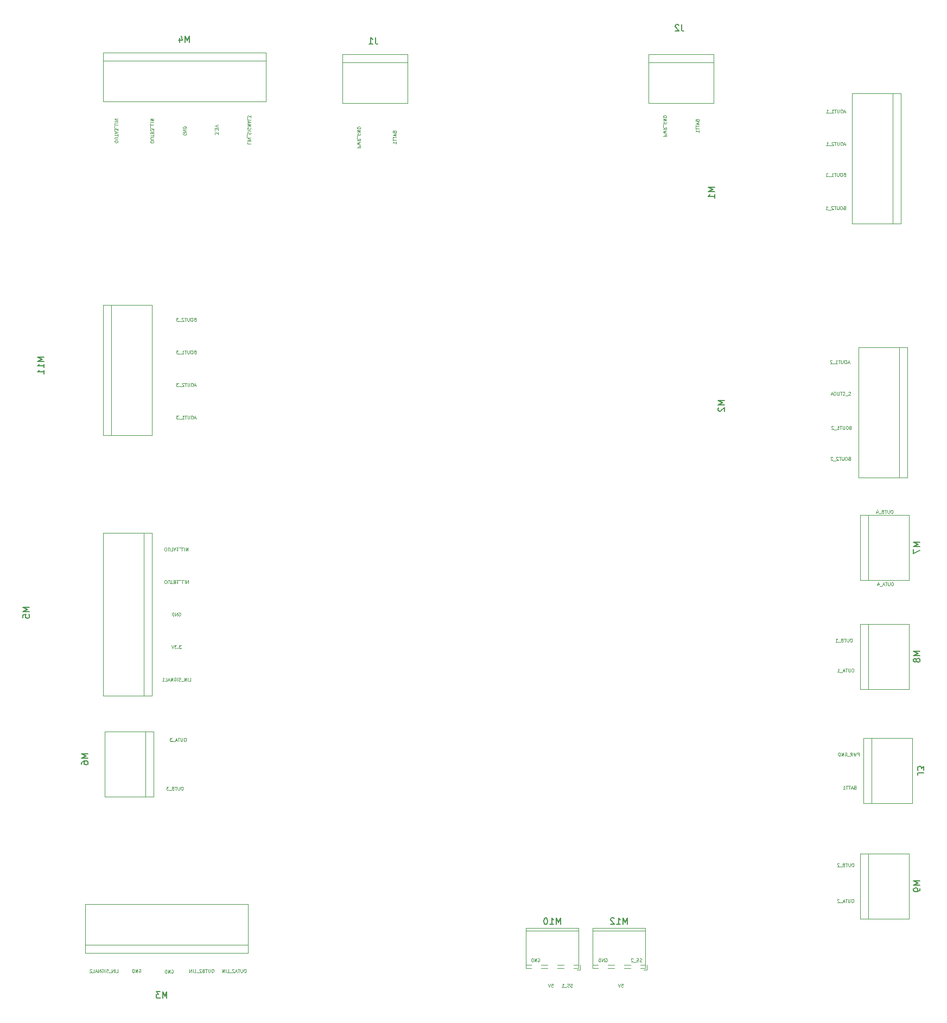
<source format=gbr>
%TF.GenerationSoftware,KiCad,Pcbnew,(5.1.7)-1*%
%TF.CreationDate,2021-02-23T20:46:47-05:00*%
%TF.ProjectId,Overall Schematics,4f766572-616c-46c2-9053-6368656d6174,rev?*%
%TF.SameCoordinates,Original*%
%TF.FileFunction,Legend,Bot*%
%TF.FilePolarity,Positive*%
%FSLAX46Y46*%
G04 Gerber Fmt 4.6, Leading zero omitted, Abs format (unit mm)*
G04 Created by KiCad (PCBNEW (5.1.7)-1) date 2021-02-23 20:46:47*
%MOMM*%
%LPD*%
G01*
G04 APERTURE LIST*
%ADD10C,0.120000*%
%ADD11C,0.150000*%
G04 APERTURE END LIST*
D10*
X495581809Y-333597047D02*
X496081809Y-333597047D01*
X496081809Y-333406571D01*
X496058000Y-333358952D01*
X496034190Y-333335142D01*
X495986571Y-333311333D01*
X495915142Y-333311333D01*
X495867523Y-333335142D01*
X495843714Y-333358952D01*
X495819904Y-333406571D01*
X495819904Y-333597047D01*
X496081809Y-333144666D02*
X495581809Y-333025619D01*
X495938952Y-332930380D01*
X495581809Y-332835142D01*
X496081809Y-332716095D01*
X495581809Y-332239904D02*
X495819904Y-332406571D01*
X495581809Y-332525619D02*
X496081809Y-332525619D01*
X496081809Y-332335142D01*
X496058000Y-332287523D01*
X496034190Y-332263714D01*
X495986571Y-332239904D01*
X495915142Y-332239904D01*
X495867523Y-332263714D01*
X495843714Y-332287523D01*
X495819904Y-332335142D01*
X495819904Y-332525619D01*
X495534190Y-332144666D02*
X495534190Y-331763714D01*
X496058000Y-331382761D02*
X496081809Y-331430380D01*
X496081809Y-331501809D01*
X496058000Y-331573238D01*
X496010380Y-331620857D01*
X495962761Y-331644666D01*
X495867523Y-331668476D01*
X495796095Y-331668476D01*
X495700857Y-331644666D01*
X495653238Y-331620857D01*
X495605619Y-331573238D01*
X495581809Y-331501809D01*
X495581809Y-331454190D01*
X495605619Y-331382761D01*
X495629428Y-331358952D01*
X495796095Y-331358952D01*
X495796095Y-331454190D01*
X495581809Y-331144666D02*
X496081809Y-331144666D01*
X495581809Y-330858952D01*
X496081809Y-330858952D01*
X495581809Y-330620857D02*
X496081809Y-330620857D01*
X496081809Y-330501809D01*
X496058000Y-330430380D01*
X496010380Y-330382761D01*
X495962761Y-330358952D01*
X495867523Y-330335142D01*
X495796095Y-330335142D01*
X495700857Y-330358952D01*
X495653238Y-330382761D01*
X495605619Y-330430380D01*
X495581809Y-330501809D01*
X495581809Y-330620857D01*
X543333809Y-331819047D02*
X543833809Y-331819047D01*
X543833809Y-331628571D01*
X543810000Y-331580952D01*
X543786190Y-331557142D01*
X543738571Y-331533333D01*
X543667142Y-331533333D01*
X543619523Y-331557142D01*
X543595714Y-331580952D01*
X543571904Y-331628571D01*
X543571904Y-331819047D01*
X543833809Y-331366666D02*
X543333809Y-331247619D01*
X543690952Y-331152380D01*
X543333809Y-331057142D01*
X543833809Y-330938095D01*
X543333809Y-330461904D02*
X543571904Y-330628571D01*
X543333809Y-330747619D02*
X543833809Y-330747619D01*
X543833809Y-330557142D01*
X543810000Y-330509523D01*
X543786190Y-330485714D01*
X543738571Y-330461904D01*
X543667142Y-330461904D01*
X543619523Y-330485714D01*
X543595714Y-330509523D01*
X543571904Y-330557142D01*
X543571904Y-330747619D01*
X543286190Y-330366666D02*
X543286190Y-329985714D01*
X543810000Y-329604761D02*
X543833809Y-329652380D01*
X543833809Y-329723809D01*
X543810000Y-329795238D01*
X543762380Y-329842857D01*
X543714761Y-329866666D01*
X543619523Y-329890476D01*
X543548095Y-329890476D01*
X543452857Y-329866666D01*
X543405238Y-329842857D01*
X543357619Y-329795238D01*
X543333809Y-329723809D01*
X543333809Y-329676190D01*
X543357619Y-329604761D01*
X543381428Y-329580952D01*
X543548095Y-329580952D01*
X543548095Y-329676190D01*
X543333809Y-329366666D02*
X543833809Y-329366666D01*
X543333809Y-329080952D01*
X543833809Y-329080952D01*
X543333809Y-328842857D02*
X543833809Y-328842857D01*
X543833809Y-328723809D01*
X543810000Y-328652380D01*
X543762380Y-328604761D01*
X543714761Y-328580952D01*
X543619523Y-328557142D01*
X543548095Y-328557142D01*
X543452857Y-328580952D01*
X543405238Y-328604761D01*
X543357619Y-328652380D01*
X543333809Y-328723809D01*
X543333809Y-328842857D01*
X573881047Y-428470190D02*
X573881047Y-427970190D01*
X573690571Y-427970190D01*
X573642952Y-427994000D01*
X573619142Y-428017809D01*
X573595333Y-428065428D01*
X573595333Y-428136857D01*
X573619142Y-428184476D01*
X573642952Y-428208285D01*
X573690571Y-428232095D01*
X573881047Y-428232095D01*
X573428666Y-427970190D02*
X573309619Y-428470190D01*
X573214380Y-428113047D01*
X573119142Y-428470190D01*
X573000095Y-427970190D01*
X572523904Y-428470190D02*
X572690571Y-428232095D01*
X572809619Y-428470190D02*
X572809619Y-427970190D01*
X572619142Y-427970190D01*
X572571523Y-427994000D01*
X572547714Y-428017809D01*
X572523904Y-428065428D01*
X572523904Y-428136857D01*
X572547714Y-428184476D01*
X572571523Y-428208285D01*
X572619142Y-428232095D01*
X572809619Y-428232095D01*
X572428666Y-428517809D02*
X572047714Y-428517809D01*
X571666761Y-427994000D02*
X571714380Y-427970190D01*
X571785809Y-427970190D01*
X571857238Y-427994000D01*
X571904857Y-428041619D01*
X571928666Y-428089238D01*
X571952476Y-428184476D01*
X571952476Y-428255904D01*
X571928666Y-428351142D01*
X571904857Y-428398761D01*
X571857238Y-428446380D01*
X571785809Y-428470190D01*
X571738190Y-428470190D01*
X571666761Y-428446380D01*
X571642952Y-428422571D01*
X571642952Y-428255904D01*
X571738190Y-428255904D01*
X571428666Y-428470190D02*
X571428666Y-427970190D01*
X571142952Y-428470190D01*
X571142952Y-427970190D01*
X570904857Y-428470190D02*
X570904857Y-427970190D01*
X570785809Y-427970190D01*
X570714380Y-427994000D01*
X570666761Y-428041619D01*
X570642952Y-428089238D01*
X570619142Y-428184476D01*
X570619142Y-428255904D01*
X570642952Y-428351142D01*
X570666761Y-428398761D01*
X570714380Y-428446380D01*
X570785809Y-428470190D01*
X570904857Y-428470190D01*
X536797238Y-464038190D02*
X537035333Y-464038190D01*
X537059142Y-464276285D01*
X537035333Y-464252476D01*
X536987714Y-464228666D01*
X536868666Y-464228666D01*
X536821047Y-464252476D01*
X536797238Y-464276285D01*
X536773428Y-464323904D01*
X536773428Y-464442952D01*
X536797238Y-464490571D01*
X536821047Y-464514380D01*
X536868666Y-464538190D01*
X536987714Y-464538190D01*
X537035333Y-464514380D01*
X537059142Y-464490571D01*
X536630571Y-464038190D02*
X536463904Y-464538190D01*
X536297238Y-464038190D01*
X525875238Y-464038190D02*
X526113333Y-464038190D01*
X526137142Y-464276285D01*
X526113333Y-464252476D01*
X526065714Y-464228666D01*
X525946666Y-464228666D01*
X525899047Y-464252476D01*
X525875238Y-464276285D01*
X525851428Y-464323904D01*
X525851428Y-464442952D01*
X525875238Y-464490571D01*
X525899047Y-464514380D01*
X525946666Y-464538190D01*
X526065714Y-464538190D01*
X526113333Y-464514380D01*
X526137142Y-464490571D01*
X525708571Y-464038190D02*
X525541904Y-464538190D01*
X525375238Y-464038190D01*
X534288952Y-460125000D02*
X534336571Y-460101190D01*
X534408000Y-460101190D01*
X534479428Y-460125000D01*
X534527047Y-460172619D01*
X534550857Y-460220238D01*
X534574666Y-460315476D01*
X534574666Y-460386904D01*
X534550857Y-460482142D01*
X534527047Y-460529761D01*
X534479428Y-460577380D01*
X534408000Y-460601190D01*
X534360380Y-460601190D01*
X534288952Y-460577380D01*
X534265142Y-460553571D01*
X534265142Y-460386904D01*
X534360380Y-460386904D01*
X534050857Y-460601190D02*
X534050857Y-460101190D01*
X533765142Y-460601190D01*
X533765142Y-460101190D01*
X533527047Y-460601190D02*
X533527047Y-460101190D01*
X533408000Y-460101190D01*
X533336571Y-460125000D01*
X533288952Y-460172619D01*
X533265142Y-460220238D01*
X533241333Y-460315476D01*
X533241333Y-460386904D01*
X533265142Y-460482142D01*
X533288952Y-460529761D01*
X533336571Y-460577380D01*
X533408000Y-460601190D01*
X533527047Y-460601190D01*
X523747952Y-460125000D02*
X523795571Y-460101190D01*
X523867000Y-460101190D01*
X523938428Y-460125000D01*
X523986047Y-460172619D01*
X524009857Y-460220238D01*
X524033666Y-460315476D01*
X524033666Y-460386904D01*
X524009857Y-460482142D01*
X523986047Y-460529761D01*
X523938428Y-460577380D01*
X523867000Y-460601190D01*
X523819380Y-460601190D01*
X523747952Y-460577380D01*
X523724142Y-460553571D01*
X523724142Y-460386904D01*
X523819380Y-460386904D01*
X523509857Y-460601190D02*
X523509857Y-460101190D01*
X523224142Y-460601190D01*
X523224142Y-460101190D01*
X522986047Y-460601190D02*
X522986047Y-460101190D01*
X522867000Y-460101190D01*
X522795571Y-460125000D01*
X522747952Y-460172619D01*
X522724142Y-460220238D01*
X522700333Y-460315476D01*
X522700333Y-460386904D01*
X522724142Y-460482142D01*
X522747952Y-460529761D01*
X522795571Y-460577380D01*
X522867000Y-460601190D01*
X522986047Y-460601190D01*
X461517952Y-461776000D02*
X461565571Y-461752190D01*
X461637000Y-461752190D01*
X461708428Y-461776000D01*
X461756047Y-461823619D01*
X461779857Y-461871238D01*
X461803666Y-461966476D01*
X461803666Y-462037904D01*
X461779857Y-462133142D01*
X461756047Y-462180761D01*
X461708428Y-462228380D01*
X461637000Y-462252190D01*
X461589380Y-462252190D01*
X461517952Y-462228380D01*
X461494142Y-462204571D01*
X461494142Y-462037904D01*
X461589380Y-462037904D01*
X461279857Y-462252190D02*
X461279857Y-461752190D01*
X460994142Y-462252190D01*
X460994142Y-461752190D01*
X460756047Y-462252190D02*
X460756047Y-461752190D01*
X460637000Y-461752190D01*
X460565571Y-461776000D01*
X460517952Y-461823619D01*
X460494142Y-461871238D01*
X460470333Y-461966476D01*
X460470333Y-462037904D01*
X460494142Y-462133142D01*
X460517952Y-462180761D01*
X460565571Y-462228380D01*
X460637000Y-462252190D01*
X460756047Y-462252190D01*
X466597952Y-461903000D02*
X466645571Y-461879190D01*
X466717000Y-461879190D01*
X466788428Y-461903000D01*
X466836047Y-461950619D01*
X466859857Y-461998238D01*
X466883666Y-462093476D01*
X466883666Y-462164904D01*
X466859857Y-462260142D01*
X466836047Y-462307761D01*
X466788428Y-462355380D01*
X466717000Y-462379190D01*
X466669380Y-462379190D01*
X466597952Y-462355380D01*
X466574142Y-462331571D01*
X466574142Y-462164904D01*
X466669380Y-462164904D01*
X466359857Y-462379190D02*
X466359857Y-461879190D01*
X466074142Y-462379190D01*
X466074142Y-461879190D01*
X465836047Y-462379190D02*
X465836047Y-461879190D01*
X465717000Y-461879190D01*
X465645571Y-461903000D01*
X465597952Y-461950619D01*
X465574142Y-461998238D01*
X465550333Y-462093476D01*
X465550333Y-462164904D01*
X465574142Y-462260142D01*
X465597952Y-462307761D01*
X465645571Y-462355380D01*
X465717000Y-462379190D01*
X465836047Y-462379190D01*
X468098095Y-411206190D02*
X467788571Y-411206190D01*
X467955238Y-411396666D01*
X467883809Y-411396666D01*
X467836190Y-411420476D01*
X467812380Y-411444285D01*
X467788571Y-411491904D01*
X467788571Y-411610952D01*
X467812380Y-411658571D01*
X467836190Y-411682380D01*
X467883809Y-411706190D01*
X468026666Y-411706190D01*
X468074285Y-411682380D01*
X468098095Y-411658571D01*
X467574285Y-411658571D02*
X467550476Y-411682380D01*
X467574285Y-411706190D01*
X467598095Y-411682380D01*
X467574285Y-411658571D01*
X467574285Y-411706190D01*
X467383809Y-411206190D02*
X467074285Y-411206190D01*
X467240952Y-411396666D01*
X467169523Y-411396666D01*
X467121904Y-411420476D01*
X467098095Y-411444285D01*
X467074285Y-411491904D01*
X467074285Y-411610952D01*
X467098095Y-411658571D01*
X467121904Y-411682380D01*
X467169523Y-411706190D01*
X467312380Y-411706190D01*
X467360000Y-411682380D01*
X467383809Y-411658571D01*
X466931428Y-411206190D02*
X466764761Y-411706190D01*
X466598095Y-411206190D01*
X467740952Y-406150000D02*
X467788571Y-406126190D01*
X467860000Y-406126190D01*
X467931428Y-406150000D01*
X467979047Y-406197619D01*
X468002857Y-406245238D01*
X468026666Y-406340476D01*
X468026666Y-406411904D01*
X468002857Y-406507142D01*
X467979047Y-406554761D01*
X467931428Y-406602380D01*
X467860000Y-406626190D01*
X467812380Y-406626190D01*
X467740952Y-406602380D01*
X467717142Y-406578571D01*
X467717142Y-406411904D01*
X467812380Y-406411904D01*
X467502857Y-406626190D02*
X467502857Y-406126190D01*
X467217142Y-406626190D01*
X467217142Y-406126190D01*
X466979047Y-406626190D02*
X466979047Y-406126190D01*
X466860000Y-406126190D01*
X466788571Y-406150000D01*
X466740952Y-406197619D01*
X466717142Y-406245238D01*
X466693333Y-406340476D01*
X466693333Y-406411904D01*
X466717142Y-406507142D01*
X466740952Y-406554761D01*
X466788571Y-406602380D01*
X466860000Y-406626190D01*
X466979047Y-406626190D01*
X478436809Y-332775476D02*
X478436809Y-333013571D01*
X478936809Y-333013571D01*
X478436809Y-332608809D02*
X478936809Y-332608809D01*
X478436809Y-332370714D02*
X478936809Y-332370714D01*
X478436809Y-332085000D01*
X478936809Y-332085000D01*
X478389190Y-331965952D02*
X478389190Y-331585000D01*
X478460619Y-331489761D02*
X478436809Y-331418333D01*
X478436809Y-331299285D01*
X478460619Y-331251666D01*
X478484428Y-331227857D01*
X478532047Y-331204047D01*
X478579666Y-331204047D01*
X478627285Y-331227857D01*
X478651095Y-331251666D01*
X478674904Y-331299285D01*
X478698714Y-331394523D01*
X478722523Y-331442142D01*
X478746333Y-331465952D01*
X478793952Y-331489761D01*
X478841571Y-331489761D01*
X478889190Y-331465952D01*
X478913000Y-331442142D01*
X478936809Y-331394523D01*
X478936809Y-331275476D01*
X478913000Y-331204047D01*
X478436809Y-330989761D02*
X478936809Y-330989761D01*
X478913000Y-330489761D02*
X478936809Y-330537380D01*
X478936809Y-330608809D01*
X478913000Y-330680238D01*
X478865380Y-330727857D01*
X478817761Y-330751666D01*
X478722523Y-330775476D01*
X478651095Y-330775476D01*
X478555857Y-330751666D01*
X478508238Y-330727857D01*
X478460619Y-330680238D01*
X478436809Y-330608809D01*
X478436809Y-330561190D01*
X478460619Y-330489761D01*
X478484428Y-330465952D01*
X478651095Y-330465952D01*
X478651095Y-330561190D01*
X478436809Y-330251666D02*
X478936809Y-330251666D01*
X478436809Y-329965952D01*
X478936809Y-329965952D01*
X478579666Y-329751666D02*
X478579666Y-329513571D01*
X478436809Y-329799285D02*
X478936809Y-329632619D01*
X478436809Y-329465952D01*
X478436809Y-329061190D02*
X478436809Y-329299285D01*
X478936809Y-329299285D01*
X478936809Y-328942142D02*
X478936809Y-328632619D01*
X478746333Y-328799285D01*
X478746333Y-328727857D01*
X478722523Y-328680238D01*
X478698714Y-328656428D01*
X478651095Y-328632619D01*
X478532047Y-328632619D01*
X478484428Y-328656428D01*
X478460619Y-328680238D01*
X478436809Y-328727857D01*
X478436809Y-328870714D01*
X478460619Y-328918333D01*
X478484428Y-328942142D01*
X473856809Y-331573095D02*
X473856809Y-331263571D01*
X473666333Y-331430238D01*
X473666333Y-331358809D01*
X473642523Y-331311190D01*
X473618714Y-331287380D01*
X473571095Y-331263571D01*
X473452047Y-331263571D01*
X473404428Y-331287380D01*
X473380619Y-331311190D01*
X473356809Y-331358809D01*
X473356809Y-331501666D01*
X473380619Y-331549285D01*
X473404428Y-331573095D01*
X473404428Y-331049285D02*
X473380619Y-331025476D01*
X473356809Y-331049285D01*
X473380619Y-331073095D01*
X473404428Y-331049285D01*
X473356809Y-331049285D01*
X473856809Y-330858809D02*
X473856809Y-330549285D01*
X473666333Y-330715952D01*
X473666333Y-330644523D01*
X473642523Y-330596904D01*
X473618714Y-330573095D01*
X473571095Y-330549285D01*
X473452047Y-330549285D01*
X473404428Y-330573095D01*
X473380619Y-330596904D01*
X473356809Y-330644523D01*
X473356809Y-330787380D01*
X473380619Y-330835000D01*
X473404428Y-330858809D01*
X473856809Y-330406428D02*
X473356809Y-330239761D01*
X473856809Y-330073095D01*
X468880000Y-331342952D02*
X468903809Y-331390571D01*
X468903809Y-331462000D01*
X468880000Y-331533428D01*
X468832380Y-331581047D01*
X468784761Y-331604857D01*
X468689523Y-331628666D01*
X468618095Y-331628666D01*
X468522857Y-331604857D01*
X468475238Y-331581047D01*
X468427619Y-331533428D01*
X468403809Y-331462000D01*
X468403809Y-331414380D01*
X468427619Y-331342952D01*
X468451428Y-331319142D01*
X468618095Y-331319142D01*
X468618095Y-331414380D01*
X468403809Y-331104857D02*
X468903809Y-331104857D01*
X468403809Y-330819142D01*
X468903809Y-330819142D01*
X468403809Y-330581047D02*
X468903809Y-330581047D01*
X468903809Y-330462000D01*
X468880000Y-330390571D01*
X468832380Y-330342952D01*
X468784761Y-330319142D01*
X468689523Y-330295333D01*
X468618095Y-330295333D01*
X468522857Y-330319142D01*
X468475238Y-330342952D01*
X468427619Y-330390571D01*
X468403809Y-330462000D01*
X468403809Y-330581047D01*
X539924523Y-460577380D02*
X539853095Y-460601190D01*
X539734047Y-460601190D01*
X539686428Y-460577380D01*
X539662619Y-460553571D01*
X539638809Y-460505952D01*
X539638809Y-460458333D01*
X539662619Y-460410714D01*
X539686428Y-460386904D01*
X539734047Y-460363095D01*
X539829285Y-460339285D01*
X539876904Y-460315476D01*
X539900714Y-460291666D01*
X539924523Y-460244047D01*
X539924523Y-460196428D01*
X539900714Y-460148809D01*
X539876904Y-460125000D01*
X539829285Y-460101190D01*
X539710238Y-460101190D01*
X539638809Y-460125000D01*
X539448333Y-460577380D02*
X539376904Y-460601190D01*
X539257857Y-460601190D01*
X539210238Y-460577380D01*
X539186428Y-460553571D01*
X539162619Y-460505952D01*
X539162619Y-460458333D01*
X539186428Y-460410714D01*
X539210238Y-460386904D01*
X539257857Y-460363095D01*
X539353095Y-460339285D01*
X539400714Y-460315476D01*
X539424523Y-460291666D01*
X539448333Y-460244047D01*
X539448333Y-460196428D01*
X539424523Y-460148809D01*
X539400714Y-460125000D01*
X539353095Y-460101190D01*
X539234047Y-460101190D01*
X539162619Y-460125000D01*
X539067380Y-460648809D02*
X538686428Y-460648809D01*
X538591190Y-460148809D02*
X538567380Y-460125000D01*
X538519761Y-460101190D01*
X538400714Y-460101190D01*
X538353095Y-460125000D01*
X538329285Y-460148809D01*
X538305476Y-460196428D01*
X538305476Y-460244047D01*
X538329285Y-460315476D01*
X538615000Y-460601190D01*
X538305476Y-460601190D01*
X529129523Y-464514380D02*
X529058095Y-464538190D01*
X528939047Y-464538190D01*
X528891428Y-464514380D01*
X528867619Y-464490571D01*
X528843809Y-464442952D01*
X528843809Y-464395333D01*
X528867619Y-464347714D01*
X528891428Y-464323904D01*
X528939047Y-464300095D01*
X529034285Y-464276285D01*
X529081904Y-464252476D01*
X529105714Y-464228666D01*
X529129523Y-464181047D01*
X529129523Y-464133428D01*
X529105714Y-464085809D01*
X529081904Y-464062000D01*
X529034285Y-464038190D01*
X528915238Y-464038190D01*
X528843809Y-464062000D01*
X528653333Y-464514380D02*
X528581904Y-464538190D01*
X528462857Y-464538190D01*
X528415238Y-464514380D01*
X528391428Y-464490571D01*
X528367619Y-464442952D01*
X528367619Y-464395333D01*
X528391428Y-464347714D01*
X528415238Y-464323904D01*
X528462857Y-464300095D01*
X528558095Y-464276285D01*
X528605714Y-464252476D01*
X528629523Y-464228666D01*
X528653333Y-464181047D01*
X528653333Y-464133428D01*
X528629523Y-464085809D01*
X528605714Y-464062000D01*
X528558095Y-464038190D01*
X528439047Y-464038190D01*
X528367619Y-464062000D01*
X528272380Y-464585809D02*
X527891428Y-464585809D01*
X527510476Y-464538190D02*
X527796190Y-464538190D01*
X527653333Y-464538190D02*
X527653333Y-464038190D01*
X527700952Y-464109619D01*
X527748571Y-464157238D01*
X527796190Y-464181047D01*
X469300476Y-416786190D02*
X469538571Y-416786190D01*
X469538571Y-416286190D01*
X469133809Y-416786190D02*
X469133809Y-416286190D01*
X468895714Y-416786190D02*
X468895714Y-416286190D01*
X468610000Y-416786190D01*
X468610000Y-416286190D01*
X468490952Y-416833809D02*
X468110000Y-416833809D01*
X468014761Y-416762380D02*
X467943333Y-416786190D01*
X467824285Y-416786190D01*
X467776666Y-416762380D01*
X467752857Y-416738571D01*
X467729047Y-416690952D01*
X467729047Y-416643333D01*
X467752857Y-416595714D01*
X467776666Y-416571904D01*
X467824285Y-416548095D01*
X467919523Y-416524285D01*
X467967142Y-416500476D01*
X467990952Y-416476666D01*
X468014761Y-416429047D01*
X468014761Y-416381428D01*
X467990952Y-416333809D01*
X467967142Y-416310000D01*
X467919523Y-416286190D01*
X467800476Y-416286190D01*
X467729047Y-416310000D01*
X467514761Y-416786190D02*
X467514761Y-416286190D01*
X467014761Y-416310000D02*
X467062380Y-416286190D01*
X467133809Y-416286190D01*
X467205238Y-416310000D01*
X467252857Y-416357619D01*
X467276666Y-416405238D01*
X467300476Y-416500476D01*
X467300476Y-416571904D01*
X467276666Y-416667142D01*
X467252857Y-416714761D01*
X467205238Y-416762380D01*
X467133809Y-416786190D01*
X467086190Y-416786190D01*
X467014761Y-416762380D01*
X466990952Y-416738571D01*
X466990952Y-416571904D01*
X467086190Y-416571904D01*
X466776666Y-416786190D02*
X466776666Y-416286190D01*
X466490952Y-416786190D01*
X466490952Y-416286190D01*
X466276666Y-416643333D02*
X466038571Y-416643333D01*
X466324285Y-416786190D02*
X466157619Y-416286190D01*
X465990952Y-416786190D01*
X465586190Y-416786190D02*
X465824285Y-416786190D01*
X465824285Y-416286190D01*
X465157619Y-416786190D02*
X465443333Y-416786190D01*
X465300476Y-416786190D02*
X465300476Y-416286190D01*
X465348095Y-416357619D01*
X465395714Y-416405238D01*
X465443333Y-416429047D01*
X457997476Y-462252190D02*
X458235571Y-462252190D01*
X458235571Y-461752190D01*
X457830809Y-462252190D02*
X457830809Y-461752190D01*
X457592714Y-462252190D02*
X457592714Y-461752190D01*
X457307000Y-462252190D01*
X457307000Y-461752190D01*
X457187952Y-462299809D02*
X456807000Y-462299809D01*
X456711761Y-462228380D02*
X456640333Y-462252190D01*
X456521285Y-462252190D01*
X456473666Y-462228380D01*
X456449857Y-462204571D01*
X456426047Y-462156952D01*
X456426047Y-462109333D01*
X456449857Y-462061714D01*
X456473666Y-462037904D01*
X456521285Y-462014095D01*
X456616523Y-461990285D01*
X456664142Y-461966476D01*
X456687952Y-461942666D01*
X456711761Y-461895047D01*
X456711761Y-461847428D01*
X456687952Y-461799809D01*
X456664142Y-461776000D01*
X456616523Y-461752190D01*
X456497476Y-461752190D01*
X456426047Y-461776000D01*
X456211761Y-462252190D02*
X456211761Y-461752190D01*
X455711761Y-461776000D02*
X455759380Y-461752190D01*
X455830809Y-461752190D01*
X455902238Y-461776000D01*
X455949857Y-461823619D01*
X455973666Y-461871238D01*
X455997476Y-461966476D01*
X455997476Y-462037904D01*
X455973666Y-462133142D01*
X455949857Y-462180761D01*
X455902238Y-462228380D01*
X455830809Y-462252190D01*
X455783190Y-462252190D01*
X455711761Y-462228380D01*
X455687952Y-462204571D01*
X455687952Y-462037904D01*
X455783190Y-462037904D01*
X455473666Y-462252190D02*
X455473666Y-461752190D01*
X455187952Y-462252190D01*
X455187952Y-461752190D01*
X454973666Y-462109333D02*
X454735571Y-462109333D01*
X455021285Y-462252190D02*
X454854619Y-461752190D01*
X454687952Y-462252190D01*
X454283190Y-462252190D02*
X454521285Y-462252190D01*
X454521285Y-461752190D01*
X454140333Y-461799809D02*
X454116523Y-461776000D01*
X454068904Y-461752190D01*
X453949857Y-461752190D01*
X453902238Y-461776000D01*
X453878428Y-461799809D01*
X453854619Y-461847428D01*
X453854619Y-461895047D01*
X453878428Y-461966476D01*
X454164142Y-462252190D01*
X453854619Y-462252190D01*
X573186619Y-433415285D02*
X573115190Y-433439095D01*
X573091380Y-433462904D01*
X573067571Y-433510523D01*
X573067571Y-433581952D01*
X573091380Y-433629571D01*
X573115190Y-433653380D01*
X573162809Y-433677190D01*
X573353285Y-433677190D01*
X573353285Y-433177190D01*
X573186619Y-433177190D01*
X573139000Y-433201000D01*
X573115190Y-433224809D01*
X573091380Y-433272428D01*
X573091380Y-433320047D01*
X573115190Y-433367666D01*
X573139000Y-433391476D01*
X573186619Y-433415285D01*
X573353285Y-433415285D01*
X572877095Y-433534333D02*
X572639000Y-433534333D01*
X572924714Y-433677190D02*
X572758047Y-433177190D01*
X572591380Y-433677190D01*
X572496142Y-433177190D02*
X572210428Y-433177190D01*
X572353285Y-433677190D02*
X572353285Y-433177190D01*
X572115190Y-433177190D02*
X571829476Y-433177190D01*
X571972333Y-433677190D02*
X571972333Y-433177190D01*
X571400904Y-433677190D02*
X571686619Y-433677190D01*
X571543761Y-433677190D02*
X571543761Y-433177190D01*
X571591380Y-433248619D01*
X571639000Y-433296238D01*
X571686619Y-433320047D01*
X548604285Y-329402380D02*
X548628095Y-329473809D01*
X548651904Y-329497619D01*
X548699523Y-329521428D01*
X548770952Y-329521428D01*
X548818571Y-329497619D01*
X548842380Y-329473809D01*
X548866190Y-329426190D01*
X548866190Y-329235714D01*
X548366190Y-329235714D01*
X548366190Y-329402380D01*
X548390000Y-329450000D01*
X548413809Y-329473809D01*
X548461428Y-329497619D01*
X548509047Y-329497619D01*
X548556666Y-329473809D01*
X548580476Y-329450000D01*
X548604285Y-329402380D01*
X548604285Y-329235714D01*
X548723333Y-329711904D02*
X548723333Y-329950000D01*
X548866190Y-329664285D02*
X548366190Y-329830952D01*
X548866190Y-329997619D01*
X548366190Y-330092857D02*
X548366190Y-330378571D01*
X548866190Y-330235714D02*
X548366190Y-330235714D01*
X548366190Y-330473809D02*
X548366190Y-330759523D01*
X548866190Y-330616666D02*
X548366190Y-330616666D01*
X548866190Y-331188095D02*
X548866190Y-330902380D01*
X548866190Y-331045238D02*
X548366190Y-331045238D01*
X548437619Y-330997619D01*
X548485238Y-330950000D01*
X548509047Y-330902380D01*
X501360285Y-331180380D02*
X501384095Y-331251809D01*
X501407904Y-331275619D01*
X501455523Y-331299428D01*
X501526952Y-331299428D01*
X501574571Y-331275619D01*
X501598380Y-331251809D01*
X501622190Y-331204190D01*
X501622190Y-331013714D01*
X501122190Y-331013714D01*
X501122190Y-331180380D01*
X501146000Y-331228000D01*
X501169809Y-331251809D01*
X501217428Y-331275619D01*
X501265047Y-331275619D01*
X501312666Y-331251809D01*
X501336476Y-331228000D01*
X501360285Y-331180380D01*
X501360285Y-331013714D01*
X501479333Y-331489904D02*
X501479333Y-331728000D01*
X501622190Y-331442285D02*
X501122190Y-331608952D01*
X501622190Y-331775619D01*
X501122190Y-331870857D02*
X501122190Y-332156571D01*
X501622190Y-332013714D02*
X501122190Y-332013714D01*
X501122190Y-332251809D02*
X501122190Y-332537523D01*
X501622190Y-332394666D02*
X501122190Y-332394666D01*
X501622190Y-332966095D02*
X501622190Y-332680380D01*
X501622190Y-332823238D02*
X501122190Y-332823238D01*
X501193619Y-332775619D01*
X501241238Y-332728000D01*
X501265047Y-332680380D01*
X473058904Y-461752190D02*
X472963666Y-461752190D01*
X472916047Y-461776000D01*
X472868428Y-461823619D01*
X472844619Y-461918857D01*
X472844619Y-462085523D01*
X472868428Y-462180761D01*
X472916047Y-462228380D01*
X472963666Y-462252190D01*
X473058904Y-462252190D01*
X473106523Y-462228380D01*
X473154142Y-462180761D01*
X473177952Y-462085523D01*
X473177952Y-461918857D01*
X473154142Y-461823619D01*
X473106523Y-461776000D01*
X473058904Y-461752190D01*
X472630333Y-461752190D02*
X472630333Y-462156952D01*
X472606523Y-462204571D01*
X472582714Y-462228380D01*
X472535095Y-462252190D01*
X472439857Y-462252190D01*
X472392238Y-462228380D01*
X472368428Y-462204571D01*
X472344619Y-462156952D01*
X472344619Y-461752190D01*
X472177952Y-461752190D02*
X471892238Y-461752190D01*
X472035095Y-462252190D02*
X472035095Y-461752190D01*
X471558904Y-461990285D02*
X471487476Y-462014095D01*
X471463666Y-462037904D01*
X471439857Y-462085523D01*
X471439857Y-462156952D01*
X471463666Y-462204571D01*
X471487476Y-462228380D01*
X471535095Y-462252190D01*
X471725571Y-462252190D01*
X471725571Y-461752190D01*
X471558904Y-461752190D01*
X471511285Y-461776000D01*
X471487476Y-461799809D01*
X471463666Y-461847428D01*
X471463666Y-461895047D01*
X471487476Y-461942666D01*
X471511285Y-461966476D01*
X471558904Y-461990285D01*
X471725571Y-461990285D01*
X471249380Y-461799809D02*
X471225571Y-461776000D01*
X471177952Y-461752190D01*
X471058904Y-461752190D01*
X471011285Y-461776000D01*
X470987476Y-461799809D01*
X470963666Y-461847428D01*
X470963666Y-461895047D01*
X470987476Y-461966476D01*
X471273190Y-462252190D01*
X470963666Y-462252190D01*
X470868428Y-462299809D02*
X470487476Y-462299809D01*
X470130333Y-462252190D02*
X470368428Y-462252190D01*
X470368428Y-461752190D01*
X469963666Y-462252190D02*
X469963666Y-461752190D01*
X469725571Y-462252190D02*
X469725571Y-461752190D01*
X469439857Y-462252190D01*
X469439857Y-461752190D01*
X478103190Y-461752190D02*
X478007952Y-461752190D01*
X477960333Y-461776000D01*
X477912714Y-461823619D01*
X477888904Y-461918857D01*
X477888904Y-462085523D01*
X477912714Y-462180761D01*
X477960333Y-462228380D01*
X478007952Y-462252190D01*
X478103190Y-462252190D01*
X478150809Y-462228380D01*
X478198428Y-462180761D01*
X478222238Y-462085523D01*
X478222238Y-461918857D01*
X478198428Y-461823619D01*
X478150809Y-461776000D01*
X478103190Y-461752190D01*
X477674619Y-461752190D02*
X477674619Y-462156952D01*
X477650809Y-462204571D01*
X477627000Y-462228380D01*
X477579380Y-462252190D01*
X477484142Y-462252190D01*
X477436523Y-462228380D01*
X477412714Y-462204571D01*
X477388904Y-462156952D01*
X477388904Y-461752190D01*
X477222238Y-461752190D02*
X476936523Y-461752190D01*
X477079380Y-462252190D02*
X477079380Y-461752190D01*
X476793666Y-462109333D02*
X476555571Y-462109333D01*
X476841285Y-462252190D02*
X476674619Y-461752190D01*
X476507952Y-462252190D01*
X476365095Y-461799809D02*
X476341285Y-461776000D01*
X476293666Y-461752190D01*
X476174619Y-461752190D01*
X476127000Y-461776000D01*
X476103190Y-461799809D01*
X476079380Y-461847428D01*
X476079380Y-461895047D01*
X476103190Y-461966476D01*
X476388904Y-462252190D01*
X476079380Y-462252190D01*
X475984142Y-462299809D02*
X475603190Y-462299809D01*
X475246047Y-462252190D02*
X475484142Y-462252190D01*
X475484142Y-461752190D01*
X475079380Y-462252190D02*
X475079380Y-461752190D01*
X474841285Y-462252190D02*
X474841285Y-461752190D01*
X474555571Y-462252190D01*
X474555571Y-461752190D01*
X458235809Y-332688190D02*
X458235809Y-332592952D01*
X458212000Y-332545333D01*
X458164380Y-332497714D01*
X458069142Y-332473904D01*
X457902476Y-332473904D01*
X457807238Y-332497714D01*
X457759619Y-332545333D01*
X457735809Y-332592952D01*
X457735809Y-332688190D01*
X457759619Y-332735809D01*
X457807238Y-332783428D01*
X457902476Y-332807238D01*
X458069142Y-332807238D01*
X458164380Y-332783428D01*
X458212000Y-332735809D01*
X458235809Y-332688190D01*
X458235809Y-332259619D02*
X457831047Y-332259619D01*
X457783428Y-332235809D01*
X457759619Y-332212000D01*
X457735809Y-332164380D01*
X457735809Y-332069142D01*
X457759619Y-332021523D01*
X457783428Y-331997714D01*
X457831047Y-331973904D01*
X458235809Y-331973904D01*
X458235809Y-331807238D02*
X458235809Y-331521523D01*
X457735809Y-331664380D02*
X458235809Y-331664380D01*
X457878666Y-331378666D02*
X457878666Y-331140571D01*
X457735809Y-331426285D02*
X458235809Y-331259619D01*
X457735809Y-331092952D01*
X458235809Y-330973904D02*
X458235809Y-330664380D01*
X458045333Y-330831047D01*
X458045333Y-330759619D01*
X458021523Y-330712000D01*
X457997714Y-330688190D01*
X457950095Y-330664380D01*
X457831047Y-330664380D01*
X457783428Y-330688190D01*
X457759619Y-330712000D01*
X457735809Y-330759619D01*
X457735809Y-330902476D01*
X457759619Y-330950095D01*
X457783428Y-330973904D01*
X457688190Y-330569142D02*
X457688190Y-330188190D01*
X457735809Y-329831047D02*
X457735809Y-330069142D01*
X458235809Y-330069142D01*
X457735809Y-329664380D02*
X458235809Y-329664380D01*
X457735809Y-329426285D02*
X458235809Y-329426285D01*
X457735809Y-329140571D01*
X458235809Y-329140571D01*
X463823809Y-332723904D02*
X463823809Y-332628666D01*
X463800000Y-332581047D01*
X463752380Y-332533428D01*
X463657142Y-332509619D01*
X463490476Y-332509619D01*
X463395238Y-332533428D01*
X463347619Y-332581047D01*
X463323809Y-332628666D01*
X463323809Y-332723904D01*
X463347619Y-332771523D01*
X463395238Y-332819142D01*
X463490476Y-332842952D01*
X463657142Y-332842952D01*
X463752380Y-332819142D01*
X463800000Y-332771523D01*
X463823809Y-332723904D01*
X463823809Y-332295333D02*
X463419047Y-332295333D01*
X463371428Y-332271523D01*
X463347619Y-332247714D01*
X463323809Y-332200095D01*
X463323809Y-332104857D01*
X463347619Y-332057238D01*
X463371428Y-332033428D01*
X463419047Y-332009619D01*
X463823809Y-332009619D01*
X463823809Y-331842952D02*
X463823809Y-331557238D01*
X463323809Y-331700095D02*
X463823809Y-331700095D01*
X463585714Y-331223904D02*
X463561904Y-331152476D01*
X463538095Y-331128666D01*
X463490476Y-331104857D01*
X463419047Y-331104857D01*
X463371428Y-331128666D01*
X463347619Y-331152476D01*
X463323809Y-331200095D01*
X463323809Y-331390571D01*
X463823809Y-331390571D01*
X463823809Y-331223904D01*
X463800000Y-331176285D01*
X463776190Y-331152476D01*
X463728571Y-331128666D01*
X463680952Y-331128666D01*
X463633333Y-331152476D01*
X463609523Y-331176285D01*
X463585714Y-331223904D01*
X463585714Y-331390571D01*
X463823809Y-330938190D02*
X463823809Y-330628666D01*
X463633333Y-330795333D01*
X463633333Y-330723904D01*
X463609523Y-330676285D01*
X463585714Y-330652476D01*
X463538095Y-330628666D01*
X463419047Y-330628666D01*
X463371428Y-330652476D01*
X463347619Y-330676285D01*
X463323809Y-330723904D01*
X463323809Y-330866761D01*
X463347619Y-330914380D01*
X463371428Y-330938190D01*
X463276190Y-330533428D02*
X463276190Y-330152476D01*
X463323809Y-329795333D02*
X463323809Y-330033428D01*
X463823809Y-330033428D01*
X463323809Y-329628666D02*
X463823809Y-329628666D01*
X463323809Y-329390571D02*
X463823809Y-329390571D01*
X463323809Y-329104857D01*
X463823809Y-329104857D01*
X465633809Y-396513809D02*
X465729047Y-396513809D01*
X465776666Y-396490000D01*
X465824285Y-396442380D01*
X465848095Y-396347142D01*
X465848095Y-396180476D01*
X465824285Y-396085238D01*
X465776666Y-396037619D01*
X465729047Y-396013809D01*
X465633809Y-396013809D01*
X465586190Y-396037619D01*
X465538571Y-396085238D01*
X465514761Y-396180476D01*
X465514761Y-396347142D01*
X465538571Y-396442380D01*
X465586190Y-396490000D01*
X465633809Y-396513809D01*
X466062380Y-396513809D02*
X466062380Y-396109047D01*
X466086190Y-396061428D01*
X466110000Y-396037619D01*
X466157619Y-396013809D01*
X466252857Y-396013809D01*
X466300476Y-396037619D01*
X466324285Y-396061428D01*
X466348095Y-396109047D01*
X466348095Y-396513809D01*
X466514761Y-396513809D02*
X466800476Y-396513809D01*
X466657619Y-396013809D02*
X466657619Y-396513809D01*
X466943333Y-396156666D02*
X467181428Y-396156666D01*
X466895714Y-396013809D02*
X467062380Y-396513809D01*
X467229047Y-396013809D01*
X467657619Y-396013809D02*
X467371904Y-396013809D01*
X467514761Y-396013809D02*
X467514761Y-396513809D01*
X467467142Y-396442380D01*
X467419523Y-396394761D01*
X467371904Y-396370952D01*
X467752857Y-395966190D02*
X468133809Y-395966190D01*
X468490952Y-396013809D02*
X468252857Y-396013809D01*
X468252857Y-396513809D01*
X468657619Y-396013809D02*
X468657619Y-396513809D01*
X468895714Y-396013809D02*
X468895714Y-396513809D01*
X469181428Y-396013809D01*
X469181428Y-396513809D01*
X465598095Y-401593809D02*
X465693333Y-401593809D01*
X465740952Y-401570000D01*
X465788571Y-401522380D01*
X465812380Y-401427142D01*
X465812380Y-401260476D01*
X465788571Y-401165238D01*
X465740952Y-401117619D01*
X465693333Y-401093809D01*
X465598095Y-401093809D01*
X465550476Y-401117619D01*
X465502857Y-401165238D01*
X465479047Y-401260476D01*
X465479047Y-401427142D01*
X465502857Y-401522380D01*
X465550476Y-401570000D01*
X465598095Y-401593809D01*
X466026666Y-401593809D02*
X466026666Y-401189047D01*
X466050476Y-401141428D01*
X466074285Y-401117619D01*
X466121904Y-401093809D01*
X466217142Y-401093809D01*
X466264761Y-401117619D01*
X466288571Y-401141428D01*
X466312380Y-401189047D01*
X466312380Y-401593809D01*
X466479047Y-401593809D02*
X466764761Y-401593809D01*
X466621904Y-401093809D02*
X466621904Y-401593809D01*
X467098095Y-401355714D02*
X467169523Y-401331904D01*
X467193333Y-401308095D01*
X467217142Y-401260476D01*
X467217142Y-401189047D01*
X467193333Y-401141428D01*
X467169523Y-401117619D01*
X467121904Y-401093809D01*
X466931428Y-401093809D01*
X466931428Y-401593809D01*
X467098095Y-401593809D01*
X467145714Y-401570000D01*
X467169523Y-401546190D01*
X467193333Y-401498571D01*
X467193333Y-401450952D01*
X467169523Y-401403333D01*
X467145714Y-401379523D01*
X467098095Y-401355714D01*
X466931428Y-401355714D01*
X467693333Y-401093809D02*
X467407619Y-401093809D01*
X467550476Y-401093809D02*
X467550476Y-401593809D01*
X467502857Y-401522380D01*
X467455238Y-401474761D01*
X467407619Y-401450952D01*
X467788571Y-401046190D02*
X468169523Y-401046190D01*
X468526666Y-401093809D02*
X468288571Y-401093809D01*
X468288571Y-401593809D01*
X468693333Y-401093809D02*
X468693333Y-401593809D01*
X468931428Y-401093809D02*
X468931428Y-401593809D01*
X469217142Y-401093809D01*
X469217142Y-401593809D01*
X468756857Y-425684190D02*
X468661619Y-425684190D01*
X468614000Y-425708000D01*
X468566380Y-425755619D01*
X468542571Y-425850857D01*
X468542571Y-426017523D01*
X468566380Y-426112761D01*
X468614000Y-426160380D01*
X468661619Y-426184190D01*
X468756857Y-426184190D01*
X468804476Y-426160380D01*
X468852095Y-426112761D01*
X468875904Y-426017523D01*
X468875904Y-425850857D01*
X468852095Y-425755619D01*
X468804476Y-425708000D01*
X468756857Y-425684190D01*
X468328285Y-425684190D02*
X468328285Y-426088952D01*
X468304476Y-426136571D01*
X468280666Y-426160380D01*
X468233047Y-426184190D01*
X468137809Y-426184190D01*
X468090190Y-426160380D01*
X468066380Y-426136571D01*
X468042571Y-426088952D01*
X468042571Y-425684190D01*
X467875904Y-425684190D02*
X467590190Y-425684190D01*
X467733047Y-426184190D02*
X467733047Y-425684190D01*
X467447333Y-426041333D02*
X467209238Y-426041333D01*
X467494952Y-426184190D02*
X467328285Y-425684190D01*
X467161619Y-426184190D01*
X467114000Y-426231809D02*
X466733047Y-426231809D01*
X466661619Y-425684190D02*
X466352095Y-425684190D01*
X466518761Y-425874666D01*
X466447333Y-425874666D01*
X466399714Y-425898476D01*
X466375904Y-425922285D01*
X466352095Y-425969904D01*
X466352095Y-426088952D01*
X466375904Y-426136571D01*
X466399714Y-426160380D01*
X466447333Y-426184190D01*
X466590190Y-426184190D01*
X466637809Y-426160380D01*
X466661619Y-426136571D01*
X468284571Y-433304190D02*
X468189333Y-433304190D01*
X468141714Y-433328000D01*
X468094095Y-433375619D01*
X468070285Y-433470857D01*
X468070285Y-433637523D01*
X468094095Y-433732761D01*
X468141714Y-433780380D01*
X468189333Y-433804190D01*
X468284571Y-433804190D01*
X468332190Y-433780380D01*
X468379809Y-433732761D01*
X468403619Y-433637523D01*
X468403619Y-433470857D01*
X468379809Y-433375619D01*
X468332190Y-433328000D01*
X468284571Y-433304190D01*
X467856000Y-433304190D02*
X467856000Y-433708952D01*
X467832190Y-433756571D01*
X467808380Y-433780380D01*
X467760761Y-433804190D01*
X467665523Y-433804190D01*
X467617904Y-433780380D01*
X467594095Y-433756571D01*
X467570285Y-433708952D01*
X467570285Y-433304190D01*
X467403619Y-433304190D02*
X467117904Y-433304190D01*
X467260761Y-433804190D02*
X467260761Y-433304190D01*
X466784571Y-433542285D02*
X466713142Y-433566095D01*
X466689333Y-433589904D01*
X466665523Y-433637523D01*
X466665523Y-433708952D01*
X466689333Y-433756571D01*
X466713142Y-433780380D01*
X466760761Y-433804190D01*
X466951238Y-433804190D01*
X466951238Y-433304190D01*
X466784571Y-433304190D01*
X466736952Y-433328000D01*
X466713142Y-433351809D01*
X466689333Y-433399428D01*
X466689333Y-433447047D01*
X466713142Y-433494666D01*
X466736952Y-433518476D01*
X466784571Y-433542285D01*
X466951238Y-433542285D01*
X466570285Y-433851809D02*
X466189333Y-433851809D01*
X466117904Y-433304190D02*
X465808380Y-433304190D01*
X465975047Y-433494666D01*
X465903619Y-433494666D01*
X465856000Y-433518476D01*
X465832190Y-433542285D01*
X465808380Y-433589904D01*
X465808380Y-433708952D01*
X465832190Y-433756571D01*
X465856000Y-433780380D01*
X465903619Y-433804190D01*
X466046476Y-433804190D01*
X466094095Y-433780380D01*
X466117904Y-433756571D01*
X579119857Y-401427190D02*
X579024619Y-401427190D01*
X578977000Y-401451000D01*
X578929380Y-401498619D01*
X578905571Y-401593857D01*
X578905571Y-401760523D01*
X578929380Y-401855761D01*
X578977000Y-401903380D01*
X579024619Y-401927190D01*
X579119857Y-401927190D01*
X579167476Y-401903380D01*
X579215095Y-401855761D01*
X579238904Y-401760523D01*
X579238904Y-401593857D01*
X579215095Y-401498619D01*
X579167476Y-401451000D01*
X579119857Y-401427190D01*
X578691285Y-401427190D02*
X578691285Y-401831952D01*
X578667476Y-401879571D01*
X578643666Y-401903380D01*
X578596047Y-401927190D01*
X578500809Y-401927190D01*
X578453190Y-401903380D01*
X578429380Y-401879571D01*
X578405571Y-401831952D01*
X578405571Y-401427190D01*
X578238904Y-401427190D02*
X577953190Y-401427190D01*
X578096047Y-401927190D02*
X578096047Y-401427190D01*
X577810333Y-401784333D02*
X577572238Y-401784333D01*
X577857952Y-401927190D02*
X577691285Y-401427190D01*
X577524619Y-401927190D01*
X577477000Y-401974809D02*
X577096047Y-401974809D01*
X576762714Y-401593857D02*
X576762714Y-401927190D01*
X576881761Y-401403380D02*
X577000809Y-401760523D01*
X576691285Y-401760523D01*
X579028571Y-390124190D02*
X578933333Y-390124190D01*
X578885714Y-390148000D01*
X578838095Y-390195619D01*
X578814285Y-390290857D01*
X578814285Y-390457523D01*
X578838095Y-390552761D01*
X578885714Y-390600380D01*
X578933333Y-390624190D01*
X579028571Y-390624190D01*
X579076190Y-390600380D01*
X579123809Y-390552761D01*
X579147619Y-390457523D01*
X579147619Y-390290857D01*
X579123809Y-390195619D01*
X579076190Y-390148000D01*
X579028571Y-390124190D01*
X578600000Y-390124190D02*
X578600000Y-390528952D01*
X578576190Y-390576571D01*
X578552380Y-390600380D01*
X578504761Y-390624190D01*
X578409523Y-390624190D01*
X578361904Y-390600380D01*
X578338095Y-390576571D01*
X578314285Y-390528952D01*
X578314285Y-390124190D01*
X578147619Y-390124190D02*
X577861904Y-390124190D01*
X578004761Y-390624190D02*
X578004761Y-390124190D01*
X577528571Y-390362285D02*
X577457142Y-390386095D01*
X577433333Y-390409904D01*
X577409523Y-390457523D01*
X577409523Y-390528952D01*
X577433333Y-390576571D01*
X577457142Y-390600380D01*
X577504761Y-390624190D01*
X577695238Y-390624190D01*
X577695238Y-390124190D01*
X577528571Y-390124190D01*
X577480952Y-390148000D01*
X577457142Y-390171809D01*
X577433333Y-390219428D01*
X577433333Y-390267047D01*
X577457142Y-390314666D01*
X577480952Y-390338476D01*
X577528571Y-390362285D01*
X577695238Y-390362285D01*
X577314285Y-390671809D02*
X576933333Y-390671809D01*
X576600000Y-390290857D02*
X576600000Y-390624190D01*
X576719047Y-390100380D02*
X576838095Y-390457523D01*
X576528571Y-390457523D01*
X572896857Y-450830190D02*
X572801619Y-450830190D01*
X572754000Y-450854000D01*
X572706380Y-450901619D01*
X572682571Y-450996857D01*
X572682571Y-451163523D01*
X572706380Y-451258761D01*
X572754000Y-451306380D01*
X572801619Y-451330190D01*
X572896857Y-451330190D01*
X572944476Y-451306380D01*
X572992095Y-451258761D01*
X573015904Y-451163523D01*
X573015904Y-450996857D01*
X572992095Y-450901619D01*
X572944476Y-450854000D01*
X572896857Y-450830190D01*
X572468285Y-450830190D02*
X572468285Y-451234952D01*
X572444476Y-451282571D01*
X572420666Y-451306380D01*
X572373047Y-451330190D01*
X572277809Y-451330190D01*
X572230190Y-451306380D01*
X572206380Y-451282571D01*
X572182571Y-451234952D01*
X572182571Y-450830190D01*
X572015904Y-450830190D02*
X571730190Y-450830190D01*
X571873047Y-451330190D02*
X571873047Y-450830190D01*
X571587333Y-451187333D02*
X571349238Y-451187333D01*
X571634952Y-451330190D02*
X571468285Y-450830190D01*
X571301619Y-451330190D01*
X571254000Y-451377809D02*
X570873047Y-451377809D01*
X570777809Y-450877809D02*
X570754000Y-450854000D01*
X570706380Y-450830190D01*
X570587333Y-450830190D01*
X570539714Y-450854000D01*
X570515904Y-450877809D01*
X570492095Y-450925428D01*
X570492095Y-450973047D01*
X570515904Y-451044476D01*
X570801619Y-451330190D01*
X570492095Y-451330190D01*
X572932571Y-445242190D02*
X572837333Y-445242190D01*
X572789714Y-445266000D01*
X572742095Y-445313619D01*
X572718285Y-445408857D01*
X572718285Y-445575523D01*
X572742095Y-445670761D01*
X572789714Y-445718380D01*
X572837333Y-445742190D01*
X572932571Y-445742190D01*
X572980190Y-445718380D01*
X573027809Y-445670761D01*
X573051619Y-445575523D01*
X573051619Y-445408857D01*
X573027809Y-445313619D01*
X572980190Y-445266000D01*
X572932571Y-445242190D01*
X572504000Y-445242190D02*
X572504000Y-445646952D01*
X572480190Y-445694571D01*
X572456380Y-445718380D01*
X572408761Y-445742190D01*
X572313523Y-445742190D01*
X572265904Y-445718380D01*
X572242095Y-445694571D01*
X572218285Y-445646952D01*
X572218285Y-445242190D01*
X572051619Y-445242190D02*
X571765904Y-445242190D01*
X571908761Y-445742190D02*
X571908761Y-445242190D01*
X571432571Y-445480285D02*
X571361142Y-445504095D01*
X571337333Y-445527904D01*
X571313523Y-445575523D01*
X571313523Y-445646952D01*
X571337333Y-445694571D01*
X571361142Y-445718380D01*
X571408761Y-445742190D01*
X571599238Y-445742190D01*
X571599238Y-445242190D01*
X571432571Y-445242190D01*
X571384952Y-445266000D01*
X571361142Y-445289809D01*
X571337333Y-445337428D01*
X571337333Y-445385047D01*
X571361142Y-445432666D01*
X571384952Y-445456476D01*
X571432571Y-445480285D01*
X571599238Y-445480285D01*
X571218285Y-445789809D02*
X570837333Y-445789809D01*
X570742095Y-445289809D02*
X570718285Y-445266000D01*
X570670666Y-445242190D01*
X570551619Y-445242190D01*
X570504000Y-445266000D01*
X570480190Y-445289809D01*
X570456380Y-445337428D01*
X570456380Y-445385047D01*
X570480190Y-445456476D01*
X570765904Y-445742190D01*
X570456380Y-445742190D01*
X572678571Y-410190190D02*
X572583333Y-410190190D01*
X572535714Y-410214000D01*
X572488095Y-410261619D01*
X572464285Y-410356857D01*
X572464285Y-410523523D01*
X572488095Y-410618761D01*
X572535714Y-410666380D01*
X572583333Y-410690190D01*
X572678571Y-410690190D01*
X572726190Y-410666380D01*
X572773809Y-410618761D01*
X572797619Y-410523523D01*
X572797619Y-410356857D01*
X572773809Y-410261619D01*
X572726190Y-410214000D01*
X572678571Y-410190190D01*
X572250000Y-410190190D02*
X572250000Y-410594952D01*
X572226190Y-410642571D01*
X572202380Y-410666380D01*
X572154761Y-410690190D01*
X572059523Y-410690190D01*
X572011904Y-410666380D01*
X571988095Y-410642571D01*
X571964285Y-410594952D01*
X571964285Y-410190190D01*
X571797619Y-410190190D02*
X571511904Y-410190190D01*
X571654761Y-410690190D02*
X571654761Y-410190190D01*
X571178571Y-410428285D02*
X571107142Y-410452095D01*
X571083333Y-410475904D01*
X571059523Y-410523523D01*
X571059523Y-410594952D01*
X571083333Y-410642571D01*
X571107142Y-410666380D01*
X571154761Y-410690190D01*
X571345238Y-410690190D01*
X571345238Y-410190190D01*
X571178571Y-410190190D01*
X571130952Y-410214000D01*
X571107142Y-410237809D01*
X571083333Y-410285428D01*
X571083333Y-410333047D01*
X571107142Y-410380666D01*
X571130952Y-410404476D01*
X571178571Y-410428285D01*
X571345238Y-410428285D01*
X570964285Y-410737809D02*
X570583333Y-410737809D01*
X570202380Y-410690190D02*
X570488095Y-410690190D01*
X570345238Y-410690190D02*
X570345238Y-410190190D01*
X570392857Y-410261619D01*
X570440476Y-410309238D01*
X570488095Y-410333047D01*
X572896857Y-414889190D02*
X572801619Y-414889190D01*
X572754000Y-414913000D01*
X572706380Y-414960619D01*
X572682571Y-415055857D01*
X572682571Y-415222523D01*
X572706380Y-415317761D01*
X572754000Y-415365380D01*
X572801619Y-415389190D01*
X572896857Y-415389190D01*
X572944476Y-415365380D01*
X572992095Y-415317761D01*
X573015904Y-415222523D01*
X573015904Y-415055857D01*
X572992095Y-414960619D01*
X572944476Y-414913000D01*
X572896857Y-414889190D01*
X572468285Y-414889190D02*
X572468285Y-415293952D01*
X572444476Y-415341571D01*
X572420666Y-415365380D01*
X572373047Y-415389190D01*
X572277809Y-415389190D01*
X572230190Y-415365380D01*
X572206380Y-415341571D01*
X572182571Y-415293952D01*
X572182571Y-414889190D01*
X572015904Y-414889190D02*
X571730190Y-414889190D01*
X571873047Y-415389190D02*
X571873047Y-414889190D01*
X571587333Y-415246333D02*
X571349238Y-415246333D01*
X571634952Y-415389190D02*
X571468285Y-414889190D01*
X571301619Y-415389190D01*
X571254000Y-415436809D02*
X570873047Y-415436809D01*
X570492095Y-415389190D02*
X570777809Y-415389190D01*
X570634952Y-415389190D02*
X570634952Y-414889190D01*
X570682571Y-414960619D01*
X570730190Y-415008238D01*
X570777809Y-415032047D01*
X572464238Y-377281285D02*
X572392809Y-377305095D01*
X572369000Y-377328904D01*
X572345190Y-377376523D01*
X572345190Y-377447952D01*
X572369000Y-377495571D01*
X572392809Y-377519380D01*
X572440428Y-377543190D01*
X572630904Y-377543190D01*
X572630904Y-377043190D01*
X572464238Y-377043190D01*
X572416619Y-377067000D01*
X572392809Y-377090809D01*
X572369000Y-377138428D01*
X572369000Y-377186047D01*
X572392809Y-377233666D01*
X572416619Y-377257476D01*
X572464238Y-377281285D01*
X572630904Y-377281285D01*
X572035666Y-377043190D02*
X571940428Y-377043190D01*
X571892809Y-377067000D01*
X571845190Y-377114619D01*
X571821380Y-377209857D01*
X571821380Y-377376523D01*
X571845190Y-377471761D01*
X571892809Y-377519380D01*
X571940428Y-377543190D01*
X572035666Y-377543190D01*
X572083285Y-377519380D01*
X572130904Y-377471761D01*
X572154714Y-377376523D01*
X572154714Y-377209857D01*
X572130904Y-377114619D01*
X572083285Y-377067000D01*
X572035666Y-377043190D01*
X571607095Y-377043190D02*
X571607095Y-377447952D01*
X571583285Y-377495571D01*
X571559476Y-377519380D01*
X571511857Y-377543190D01*
X571416619Y-377543190D01*
X571369000Y-377519380D01*
X571345190Y-377495571D01*
X571321380Y-377447952D01*
X571321380Y-377043190D01*
X571154714Y-377043190D02*
X570869000Y-377043190D01*
X571011857Y-377543190D02*
X571011857Y-377043190D01*
X570440428Y-377543190D02*
X570726142Y-377543190D01*
X570583285Y-377543190D02*
X570583285Y-377043190D01*
X570630904Y-377114619D01*
X570678523Y-377162238D01*
X570726142Y-377186047D01*
X570345190Y-377590809D02*
X569964238Y-377590809D01*
X569869000Y-377090809D02*
X569845190Y-377067000D01*
X569797571Y-377043190D01*
X569678523Y-377043190D01*
X569630904Y-377067000D01*
X569607095Y-377090809D01*
X569583285Y-377138428D01*
X569583285Y-377186047D01*
X569607095Y-377257476D01*
X569892809Y-377543190D01*
X569583285Y-377543190D01*
X569492000Y-372066333D02*
X569730095Y-372066333D01*
X569444380Y-372209190D02*
X569611047Y-371709190D01*
X569777714Y-372209190D01*
X570039619Y-371709190D02*
X570134857Y-371709190D01*
X570182476Y-371733000D01*
X570230095Y-371780619D01*
X570253904Y-371875857D01*
X570253904Y-372042523D01*
X570230095Y-372137761D01*
X570182476Y-372185380D01*
X570134857Y-372209190D01*
X570039619Y-372209190D01*
X569992000Y-372185380D01*
X569944380Y-372137761D01*
X569920571Y-372042523D01*
X569920571Y-371875857D01*
X569944380Y-371780619D01*
X569992000Y-371733000D01*
X570039619Y-371709190D01*
X570468190Y-371709190D02*
X570468190Y-372113952D01*
X570492000Y-372161571D01*
X570515809Y-372185380D01*
X570563428Y-372209190D01*
X570658666Y-372209190D01*
X570706285Y-372185380D01*
X570730095Y-372161571D01*
X570753904Y-372113952D01*
X570753904Y-371709190D01*
X570920571Y-371709190D02*
X571206285Y-371709190D01*
X571063428Y-372209190D02*
X571063428Y-371709190D01*
X571349142Y-371756809D02*
X571372952Y-371733000D01*
X571420571Y-371709190D01*
X571539619Y-371709190D01*
X571587238Y-371733000D01*
X571611047Y-371756809D01*
X571634857Y-371804428D01*
X571634857Y-371852047D01*
X571611047Y-371923476D01*
X571325333Y-372209190D01*
X571634857Y-372209190D01*
X571730095Y-372256809D02*
X572111047Y-372256809D01*
X572206285Y-371756809D02*
X572230095Y-371733000D01*
X572277714Y-371709190D01*
X572396761Y-371709190D01*
X572444380Y-371733000D01*
X572468190Y-371756809D01*
X572492000Y-371804428D01*
X572492000Y-371852047D01*
X572468190Y-371923476D01*
X572182476Y-372209190D01*
X572492000Y-372209190D01*
X572337238Y-382107285D02*
X572265809Y-382131095D01*
X572242000Y-382154904D01*
X572218190Y-382202523D01*
X572218190Y-382273952D01*
X572242000Y-382321571D01*
X572265809Y-382345380D01*
X572313428Y-382369190D01*
X572503904Y-382369190D01*
X572503904Y-381869190D01*
X572337238Y-381869190D01*
X572289619Y-381893000D01*
X572265809Y-381916809D01*
X572242000Y-381964428D01*
X572242000Y-382012047D01*
X572265809Y-382059666D01*
X572289619Y-382083476D01*
X572337238Y-382107285D01*
X572503904Y-382107285D01*
X571908666Y-381869190D02*
X571813428Y-381869190D01*
X571765809Y-381893000D01*
X571718190Y-381940619D01*
X571694380Y-382035857D01*
X571694380Y-382202523D01*
X571718190Y-382297761D01*
X571765809Y-382345380D01*
X571813428Y-382369190D01*
X571908666Y-382369190D01*
X571956285Y-382345380D01*
X572003904Y-382297761D01*
X572027714Y-382202523D01*
X572027714Y-382035857D01*
X572003904Y-381940619D01*
X571956285Y-381893000D01*
X571908666Y-381869190D01*
X571480095Y-381869190D02*
X571480095Y-382273952D01*
X571456285Y-382321571D01*
X571432476Y-382345380D01*
X571384857Y-382369190D01*
X571289619Y-382369190D01*
X571242000Y-382345380D01*
X571218190Y-382321571D01*
X571194380Y-382273952D01*
X571194380Y-381869190D01*
X571027714Y-381869190D02*
X570742000Y-381869190D01*
X570884857Y-382369190D02*
X570884857Y-381869190D01*
X570599142Y-381916809D02*
X570575333Y-381893000D01*
X570527714Y-381869190D01*
X570408666Y-381869190D01*
X570361047Y-381893000D01*
X570337238Y-381916809D01*
X570313428Y-381964428D01*
X570313428Y-382012047D01*
X570337238Y-382083476D01*
X570622952Y-382369190D01*
X570313428Y-382369190D01*
X570218190Y-382416809D02*
X569837238Y-382416809D01*
X569742000Y-381916809D02*
X569718190Y-381893000D01*
X569670571Y-381869190D01*
X569551523Y-381869190D01*
X569503904Y-381893000D01*
X569480095Y-381916809D01*
X569456285Y-381964428D01*
X569456285Y-382012047D01*
X569480095Y-382083476D01*
X569765809Y-382369190D01*
X569456285Y-382369190D01*
X572365000Y-367113333D02*
X572126904Y-367113333D01*
X572412619Y-367256190D02*
X572245952Y-366756190D01*
X572079285Y-367256190D01*
X571817380Y-366756190D02*
X571722142Y-366756190D01*
X571674523Y-366780000D01*
X571626904Y-366827619D01*
X571603095Y-366922857D01*
X571603095Y-367089523D01*
X571626904Y-367184761D01*
X571674523Y-367232380D01*
X571722142Y-367256190D01*
X571817380Y-367256190D01*
X571865000Y-367232380D01*
X571912619Y-367184761D01*
X571936428Y-367089523D01*
X571936428Y-366922857D01*
X571912619Y-366827619D01*
X571865000Y-366780000D01*
X571817380Y-366756190D01*
X571388809Y-366756190D02*
X571388809Y-367160952D01*
X571365000Y-367208571D01*
X571341190Y-367232380D01*
X571293571Y-367256190D01*
X571198333Y-367256190D01*
X571150714Y-367232380D01*
X571126904Y-367208571D01*
X571103095Y-367160952D01*
X571103095Y-366756190D01*
X570936428Y-366756190D02*
X570650714Y-366756190D01*
X570793571Y-367256190D02*
X570793571Y-366756190D01*
X570222142Y-367256190D02*
X570507857Y-367256190D01*
X570365000Y-367256190D02*
X570365000Y-366756190D01*
X570412619Y-366827619D01*
X570460238Y-366875238D01*
X570507857Y-366899047D01*
X570126904Y-367303809D02*
X569745952Y-367303809D01*
X569650714Y-366803809D02*
X569626904Y-366780000D01*
X569579285Y-366756190D01*
X569460238Y-366756190D01*
X569412619Y-366780000D01*
X569388809Y-366803809D01*
X569365000Y-366851428D01*
X569365000Y-366899047D01*
X569388809Y-366970476D01*
X569674523Y-367256190D01*
X569365000Y-367256190D01*
X571730000Y-327997333D02*
X571491904Y-327997333D01*
X571777619Y-328140190D02*
X571610952Y-327640190D01*
X571444285Y-328140190D01*
X571182380Y-327640190D02*
X571087142Y-327640190D01*
X571039523Y-327664000D01*
X570991904Y-327711619D01*
X570968095Y-327806857D01*
X570968095Y-327973523D01*
X570991904Y-328068761D01*
X571039523Y-328116380D01*
X571087142Y-328140190D01*
X571182380Y-328140190D01*
X571230000Y-328116380D01*
X571277619Y-328068761D01*
X571301428Y-327973523D01*
X571301428Y-327806857D01*
X571277619Y-327711619D01*
X571230000Y-327664000D01*
X571182380Y-327640190D01*
X570753809Y-327640190D02*
X570753809Y-328044952D01*
X570730000Y-328092571D01*
X570706190Y-328116380D01*
X570658571Y-328140190D01*
X570563333Y-328140190D01*
X570515714Y-328116380D01*
X570491904Y-328092571D01*
X570468095Y-328044952D01*
X570468095Y-327640190D01*
X570301428Y-327640190D02*
X570015714Y-327640190D01*
X570158571Y-328140190D02*
X570158571Y-327640190D01*
X569587142Y-328140190D02*
X569872857Y-328140190D01*
X569730000Y-328140190D02*
X569730000Y-327640190D01*
X569777619Y-327711619D01*
X569825238Y-327759238D01*
X569872857Y-327783047D01*
X569491904Y-328187809D02*
X569110952Y-328187809D01*
X568730000Y-328140190D02*
X569015714Y-328140190D01*
X568872857Y-328140190D02*
X568872857Y-327640190D01*
X568920476Y-327711619D01*
X568968095Y-327759238D01*
X569015714Y-327783047D01*
X571575238Y-342991285D02*
X571503809Y-343015095D01*
X571480000Y-343038904D01*
X571456190Y-343086523D01*
X571456190Y-343157952D01*
X571480000Y-343205571D01*
X571503809Y-343229380D01*
X571551428Y-343253190D01*
X571741904Y-343253190D01*
X571741904Y-342753190D01*
X571575238Y-342753190D01*
X571527619Y-342777000D01*
X571503809Y-342800809D01*
X571480000Y-342848428D01*
X571480000Y-342896047D01*
X571503809Y-342943666D01*
X571527619Y-342967476D01*
X571575238Y-342991285D01*
X571741904Y-342991285D01*
X571146666Y-342753190D02*
X571051428Y-342753190D01*
X571003809Y-342777000D01*
X570956190Y-342824619D01*
X570932380Y-342919857D01*
X570932380Y-343086523D01*
X570956190Y-343181761D01*
X571003809Y-343229380D01*
X571051428Y-343253190D01*
X571146666Y-343253190D01*
X571194285Y-343229380D01*
X571241904Y-343181761D01*
X571265714Y-343086523D01*
X571265714Y-342919857D01*
X571241904Y-342824619D01*
X571194285Y-342777000D01*
X571146666Y-342753190D01*
X570718095Y-342753190D02*
X570718095Y-343157952D01*
X570694285Y-343205571D01*
X570670476Y-343229380D01*
X570622857Y-343253190D01*
X570527619Y-343253190D01*
X570480000Y-343229380D01*
X570456190Y-343205571D01*
X570432380Y-343157952D01*
X570432380Y-342753190D01*
X570265714Y-342753190D02*
X569980000Y-342753190D01*
X570122857Y-343253190D02*
X570122857Y-342753190D01*
X569837142Y-342800809D02*
X569813333Y-342777000D01*
X569765714Y-342753190D01*
X569646666Y-342753190D01*
X569599047Y-342777000D01*
X569575238Y-342800809D01*
X569551428Y-342848428D01*
X569551428Y-342896047D01*
X569575238Y-342967476D01*
X569860952Y-343253190D01*
X569551428Y-343253190D01*
X569456190Y-343300809D02*
X569075238Y-343300809D01*
X568694285Y-343253190D02*
X568980000Y-343253190D01*
X568837142Y-343253190D02*
X568837142Y-342753190D01*
X568884761Y-342824619D01*
X568932380Y-342872238D01*
X568980000Y-342896047D01*
X571730000Y-333077333D02*
X571491904Y-333077333D01*
X571777619Y-333220190D02*
X571610952Y-332720190D01*
X571444285Y-333220190D01*
X571182380Y-332720190D02*
X571087142Y-332720190D01*
X571039523Y-332744000D01*
X570991904Y-332791619D01*
X570968095Y-332886857D01*
X570968095Y-333053523D01*
X570991904Y-333148761D01*
X571039523Y-333196380D01*
X571087142Y-333220190D01*
X571182380Y-333220190D01*
X571230000Y-333196380D01*
X571277619Y-333148761D01*
X571301428Y-333053523D01*
X571301428Y-332886857D01*
X571277619Y-332791619D01*
X571230000Y-332744000D01*
X571182380Y-332720190D01*
X570753809Y-332720190D02*
X570753809Y-333124952D01*
X570730000Y-333172571D01*
X570706190Y-333196380D01*
X570658571Y-333220190D01*
X570563333Y-333220190D01*
X570515714Y-333196380D01*
X570491904Y-333172571D01*
X570468095Y-333124952D01*
X570468095Y-332720190D01*
X570301428Y-332720190D02*
X570015714Y-332720190D01*
X570158571Y-333220190D02*
X570158571Y-332720190D01*
X569872857Y-332767809D02*
X569849047Y-332744000D01*
X569801428Y-332720190D01*
X569682380Y-332720190D01*
X569634761Y-332744000D01*
X569610952Y-332767809D01*
X569587142Y-332815428D01*
X569587142Y-332863047D01*
X569610952Y-332934476D01*
X569896666Y-333220190D01*
X569587142Y-333220190D01*
X569491904Y-333267809D02*
X569110952Y-333267809D01*
X568730000Y-333220190D02*
X569015714Y-333220190D01*
X568872857Y-333220190D02*
X568872857Y-332720190D01*
X568920476Y-332791619D01*
X568968095Y-332839238D01*
X569015714Y-332863047D01*
X571575238Y-337784285D02*
X571503809Y-337808095D01*
X571480000Y-337831904D01*
X571456190Y-337879523D01*
X571456190Y-337950952D01*
X571480000Y-337998571D01*
X571503809Y-338022380D01*
X571551428Y-338046190D01*
X571741904Y-338046190D01*
X571741904Y-337546190D01*
X571575238Y-337546190D01*
X571527619Y-337570000D01*
X571503809Y-337593809D01*
X571480000Y-337641428D01*
X571480000Y-337689047D01*
X571503809Y-337736666D01*
X571527619Y-337760476D01*
X571575238Y-337784285D01*
X571741904Y-337784285D01*
X571146666Y-337546190D02*
X571051428Y-337546190D01*
X571003809Y-337570000D01*
X570956190Y-337617619D01*
X570932380Y-337712857D01*
X570932380Y-337879523D01*
X570956190Y-337974761D01*
X571003809Y-338022380D01*
X571051428Y-338046190D01*
X571146666Y-338046190D01*
X571194285Y-338022380D01*
X571241904Y-337974761D01*
X571265714Y-337879523D01*
X571265714Y-337712857D01*
X571241904Y-337617619D01*
X571194285Y-337570000D01*
X571146666Y-337546190D01*
X570718095Y-337546190D02*
X570718095Y-337950952D01*
X570694285Y-337998571D01*
X570670476Y-338022380D01*
X570622857Y-338046190D01*
X570527619Y-338046190D01*
X570480000Y-338022380D01*
X570456190Y-337998571D01*
X570432380Y-337950952D01*
X570432380Y-337546190D01*
X570265714Y-337546190D02*
X569980000Y-337546190D01*
X570122857Y-338046190D02*
X570122857Y-337546190D01*
X569551428Y-338046190D02*
X569837142Y-338046190D01*
X569694285Y-338046190D02*
X569694285Y-337546190D01*
X569741904Y-337617619D01*
X569789523Y-337665238D01*
X569837142Y-337689047D01*
X569456190Y-338093809D02*
X569075238Y-338093809D01*
X568694285Y-338046190D02*
X568980000Y-338046190D01*
X568837142Y-338046190D02*
X568837142Y-337546190D01*
X568884761Y-337617619D01*
X568932380Y-337665238D01*
X568980000Y-337689047D01*
X470229238Y-360390285D02*
X470157809Y-360414095D01*
X470134000Y-360437904D01*
X470110190Y-360485523D01*
X470110190Y-360556952D01*
X470134000Y-360604571D01*
X470157809Y-360628380D01*
X470205428Y-360652190D01*
X470395904Y-360652190D01*
X470395904Y-360152190D01*
X470229238Y-360152190D01*
X470181619Y-360176000D01*
X470157809Y-360199809D01*
X470134000Y-360247428D01*
X470134000Y-360295047D01*
X470157809Y-360342666D01*
X470181619Y-360366476D01*
X470229238Y-360390285D01*
X470395904Y-360390285D01*
X469800666Y-360152190D02*
X469705428Y-360152190D01*
X469657809Y-360176000D01*
X469610190Y-360223619D01*
X469586380Y-360318857D01*
X469586380Y-360485523D01*
X469610190Y-360580761D01*
X469657809Y-360628380D01*
X469705428Y-360652190D01*
X469800666Y-360652190D01*
X469848285Y-360628380D01*
X469895904Y-360580761D01*
X469919714Y-360485523D01*
X469919714Y-360318857D01*
X469895904Y-360223619D01*
X469848285Y-360176000D01*
X469800666Y-360152190D01*
X469372095Y-360152190D02*
X469372095Y-360556952D01*
X469348285Y-360604571D01*
X469324476Y-360628380D01*
X469276857Y-360652190D01*
X469181619Y-360652190D01*
X469134000Y-360628380D01*
X469110190Y-360604571D01*
X469086380Y-360556952D01*
X469086380Y-360152190D01*
X468919714Y-360152190D02*
X468634000Y-360152190D01*
X468776857Y-360652190D02*
X468776857Y-360152190D01*
X468491142Y-360199809D02*
X468467333Y-360176000D01*
X468419714Y-360152190D01*
X468300666Y-360152190D01*
X468253047Y-360176000D01*
X468229238Y-360199809D01*
X468205428Y-360247428D01*
X468205428Y-360295047D01*
X468229238Y-360366476D01*
X468514952Y-360652190D01*
X468205428Y-360652190D01*
X468110190Y-360699809D02*
X467729238Y-360699809D01*
X467657809Y-360152190D02*
X467348285Y-360152190D01*
X467514952Y-360342666D01*
X467443523Y-360342666D01*
X467395904Y-360366476D01*
X467372095Y-360390285D01*
X467348285Y-360437904D01*
X467348285Y-360556952D01*
X467372095Y-360604571D01*
X467395904Y-360628380D01*
X467443523Y-360652190D01*
X467586380Y-360652190D01*
X467634000Y-360628380D01*
X467657809Y-360604571D01*
X470229238Y-365470285D02*
X470157809Y-365494095D01*
X470134000Y-365517904D01*
X470110190Y-365565523D01*
X470110190Y-365636952D01*
X470134000Y-365684571D01*
X470157809Y-365708380D01*
X470205428Y-365732190D01*
X470395904Y-365732190D01*
X470395904Y-365232190D01*
X470229238Y-365232190D01*
X470181619Y-365256000D01*
X470157809Y-365279809D01*
X470134000Y-365327428D01*
X470134000Y-365375047D01*
X470157809Y-365422666D01*
X470181619Y-365446476D01*
X470229238Y-365470285D01*
X470395904Y-365470285D01*
X469800666Y-365232190D02*
X469705428Y-365232190D01*
X469657809Y-365256000D01*
X469610190Y-365303619D01*
X469586380Y-365398857D01*
X469586380Y-365565523D01*
X469610190Y-365660761D01*
X469657809Y-365708380D01*
X469705428Y-365732190D01*
X469800666Y-365732190D01*
X469848285Y-365708380D01*
X469895904Y-365660761D01*
X469919714Y-365565523D01*
X469919714Y-365398857D01*
X469895904Y-365303619D01*
X469848285Y-365256000D01*
X469800666Y-365232190D01*
X469372095Y-365232190D02*
X469372095Y-365636952D01*
X469348285Y-365684571D01*
X469324476Y-365708380D01*
X469276857Y-365732190D01*
X469181619Y-365732190D01*
X469134000Y-365708380D01*
X469110190Y-365684571D01*
X469086380Y-365636952D01*
X469086380Y-365232190D01*
X468919714Y-365232190D02*
X468634000Y-365232190D01*
X468776857Y-365732190D02*
X468776857Y-365232190D01*
X468205428Y-365732190D02*
X468491142Y-365732190D01*
X468348285Y-365732190D02*
X468348285Y-365232190D01*
X468395904Y-365303619D01*
X468443523Y-365351238D01*
X468491142Y-365375047D01*
X468110190Y-365779809D02*
X467729238Y-365779809D01*
X467657809Y-365232190D02*
X467348285Y-365232190D01*
X467514952Y-365422666D01*
X467443523Y-365422666D01*
X467395904Y-365446476D01*
X467372095Y-365470285D01*
X467348285Y-365517904D01*
X467348285Y-365636952D01*
X467372095Y-365684571D01*
X467395904Y-365708380D01*
X467443523Y-365732190D01*
X467586380Y-365732190D01*
X467634000Y-365708380D01*
X467657809Y-365684571D01*
X470384000Y-370669333D02*
X470145904Y-370669333D01*
X470431619Y-370812190D02*
X470264952Y-370312190D01*
X470098285Y-370812190D01*
X469836380Y-370312190D02*
X469741142Y-370312190D01*
X469693523Y-370336000D01*
X469645904Y-370383619D01*
X469622095Y-370478857D01*
X469622095Y-370645523D01*
X469645904Y-370740761D01*
X469693523Y-370788380D01*
X469741142Y-370812190D01*
X469836380Y-370812190D01*
X469884000Y-370788380D01*
X469931619Y-370740761D01*
X469955428Y-370645523D01*
X469955428Y-370478857D01*
X469931619Y-370383619D01*
X469884000Y-370336000D01*
X469836380Y-370312190D01*
X469407809Y-370312190D02*
X469407809Y-370716952D01*
X469384000Y-370764571D01*
X469360190Y-370788380D01*
X469312571Y-370812190D01*
X469217333Y-370812190D01*
X469169714Y-370788380D01*
X469145904Y-370764571D01*
X469122095Y-370716952D01*
X469122095Y-370312190D01*
X468955428Y-370312190D02*
X468669714Y-370312190D01*
X468812571Y-370812190D02*
X468812571Y-370312190D01*
X468526857Y-370359809D02*
X468503047Y-370336000D01*
X468455428Y-370312190D01*
X468336380Y-370312190D01*
X468288761Y-370336000D01*
X468264952Y-370359809D01*
X468241142Y-370407428D01*
X468241142Y-370455047D01*
X468264952Y-370526476D01*
X468550666Y-370812190D01*
X468241142Y-370812190D01*
X468145904Y-370859809D02*
X467764952Y-370859809D01*
X467693523Y-370312190D02*
X467384000Y-370312190D01*
X467550666Y-370502666D01*
X467479238Y-370502666D01*
X467431619Y-370526476D01*
X467407809Y-370550285D01*
X467384000Y-370597904D01*
X467384000Y-370716952D01*
X467407809Y-370764571D01*
X467431619Y-370788380D01*
X467479238Y-370812190D01*
X467622095Y-370812190D01*
X467669714Y-370788380D01*
X467693523Y-370764571D01*
X470384000Y-375749333D02*
X470145904Y-375749333D01*
X470431619Y-375892190D02*
X470264952Y-375392190D01*
X470098285Y-375892190D01*
X469836380Y-375392190D02*
X469741142Y-375392190D01*
X469693523Y-375416000D01*
X469645904Y-375463619D01*
X469622095Y-375558857D01*
X469622095Y-375725523D01*
X469645904Y-375820761D01*
X469693523Y-375868380D01*
X469741142Y-375892190D01*
X469836380Y-375892190D01*
X469884000Y-375868380D01*
X469931619Y-375820761D01*
X469955428Y-375725523D01*
X469955428Y-375558857D01*
X469931619Y-375463619D01*
X469884000Y-375416000D01*
X469836380Y-375392190D01*
X469407809Y-375392190D02*
X469407809Y-375796952D01*
X469384000Y-375844571D01*
X469360190Y-375868380D01*
X469312571Y-375892190D01*
X469217333Y-375892190D01*
X469169714Y-375868380D01*
X469145904Y-375844571D01*
X469122095Y-375796952D01*
X469122095Y-375392190D01*
X468955428Y-375392190D02*
X468669714Y-375392190D01*
X468812571Y-375892190D02*
X468812571Y-375392190D01*
X468241142Y-375892190D02*
X468526857Y-375892190D01*
X468384000Y-375892190D02*
X468384000Y-375392190D01*
X468431619Y-375463619D01*
X468479238Y-375511238D01*
X468526857Y-375535047D01*
X468145904Y-375939809D02*
X467764952Y-375939809D01*
X467693523Y-375392190D02*
X467384000Y-375392190D01*
X467550666Y-375582666D01*
X467479238Y-375582666D01*
X467431619Y-375606476D01*
X467407809Y-375630285D01*
X467384000Y-375677904D01*
X467384000Y-375796952D01*
X467407809Y-375844571D01*
X467431619Y-375868380D01*
X467479238Y-375892190D01*
X467622095Y-375892190D01*
X467669714Y-375868380D01*
X467693523Y-375844571D01*
%TO.C,M12*%
X540548000Y-461070000D02*
X539778000Y-461070000D01*
X538198000Y-461070000D02*
X537238000Y-461070000D01*
X535658000Y-461070000D02*
X534698000Y-461070000D01*
X533118000Y-461070000D02*
X532348000Y-461070000D01*
X540548000Y-455770000D02*
X532348000Y-455770000D01*
X540548000Y-455310000D02*
X532348000Y-455310000D01*
X540548000Y-461630000D02*
X539778000Y-461630000D01*
X538198000Y-461630000D02*
X537238000Y-461630000D01*
X535658000Y-461630000D02*
X534698000Y-461630000D01*
X533118000Y-461630000D02*
X532348000Y-461630000D01*
X540548000Y-455310000D02*
X540548000Y-461630000D01*
X532348000Y-455310000D02*
X532348000Y-461630000D01*
X540788000Y-461130000D02*
X540788000Y-461870000D01*
X540788000Y-461870000D02*
X540288000Y-461870000D01*
%TO.C,M10*%
X530134000Y-461070000D02*
X529364000Y-461070000D01*
X527784000Y-461070000D02*
X526824000Y-461070000D01*
X525244000Y-461070000D02*
X524284000Y-461070000D01*
X522704000Y-461070000D02*
X521934000Y-461070000D01*
X530134000Y-455770000D02*
X521934000Y-455770000D01*
X530134000Y-455310000D02*
X521934000Y-455310000D01*
X530134000Y-461630000D02*
X529364000Y-461630000D01*
X527784000Y-461630000D02*
X526824000Y-461630000D01*
X525244000Y-461630000D02*
X524284000Y-461630000D01*
X522704000Y-461630000D02*
X521934000Y-461630000D01*
X530134000Y-455310000D02*
X530134000Y-461630000D01*
X521934000Y-455310000D02*
X521934000Y-461630000D01*
X530374000Y-461130000D02*
X530374000Y-461870000D01*
X530374000Y-461870000D02*
X529874000Y-461870000D01*
%TO.C,J3*%
X574548000Y-435864000D02*
X574548000Y-425704000D01*
X582168000Y-435864000D02*
X574548000Y-435864000D01*
X582168000Y-425704000D02*
X582168000Y-435864000D01*
X574548000Y-425704000D02*
X582168000Y-425704000D01*
X575818000Y-425704000D02*
X575818000Y-435864000D01*
%TO.C,M1*%
X580390000Y-325120000D02*
X580390000Y-345440000D01*
X572770000Y-325120000D02*
X572770000Y-345440000D01*
X579120000Y-345440000D02*
X579120000Y-325120000D01*
X580390000Y-345440000D02*
X572770000Y-345440000D01*
X572770000Y-325120000D02*
X580390000Y-325120000D01*
%TO.C,M2*%
X581406000Y-364744000D02*
X581406000Y-385064000D01*
X573786000Y-364744000D02*
X573786000Y-385064000D01*
X580136000Y-385064000D02*
X580136000Y-364744000D01*
X581406000Y-385064000D02*
X573786000Y-385064000D01*
X573786000Y-364744000D02*
X581406000Y-364744000D01*
%TO.C,M3*%
X478536000Y-451612000D02*
X478536000Y-459232000D01*
X453136000Y-451612000D02*
X453136000Y-459232000D01*
X478536000Y-451612000D02*
X453136000Y-451612000D01*
X478536000Y-457962000D02*
X453136000Y-457962000D01*
X478536000Y-459232000D02*
X453136000Y-459232000D01*
%TO.C,M4*%
X455930000Y-326390000D02*
X455930000Y-318770000D01*
X481330000Y-326390000D02*
X481330000Y-318770000D01*
X455930000Y-326390000D02*
X481330000Y-326390000D01*
X455930000Y-320040000D02*
X481330000Y-320040000D01*
X455930000Y-318770000D02*
X481330000Y-318770000D01*
%TO.C,M7*%
X574040000Y-401066000D02*
X574040000Y-390906000D01*
X581660000Y-401066000D02*
X574040000Y-401066000D01*
X581660000Y-390906000D02*
X581660000Y-401066000D01*
X574040000Y-390906000D02*
X581660000Y-390906000D01*
X575310000Y-390906000D02*
X575310000Y-401066000D01*
%TO.C,M8*%
X574040000Y-418084000D02*
X574040000Y-407924000D01*
X581660000Y-418084000D02*
X574040000Y-418084000D01*
X581660000Y-407924000D02*
X581660000Y-418084000D01*
X574040000Y-407924000D02*
X581660000Y-407924000D01*
X575310000Y-407924000D02*
X575310000Y-418084000D01*
%TO.C,M6*%
X463804000Y-424688000D02*
X463804000Y-434848000D01*
X456184000Y-424688000D02*
X463804000Y-424688000D01*
X456184000Y-434848000D02*
X456184000Y-424688000D01*
X463804000Y-434848000D02*
X456184000Y-434848000D01*
X462534000Y-434848000D02*
X462534000Y-424688000D01*
%TO.C,M9*%
X574040000Y-453898000D02*
X574040000Y-443738000D01*
X581660000Y-453898000D02*
X574040000Y-453898000D01*
X581660000Y-443738000D02*
X581660000Y-453898000D01*
X574040000Y-443738000D02*
X581660000Y-443738000D01*
X575310000Y-443738000D02*
X575310000Y-453898000D01*
%TO.C,M5*%
X455930000Y-393700000D02*
X463550000Y-393700000D01*
X455930000Y-419100000D02*
X463550000Y-419100000D01*
X455930000Y-393700000D02*
X455930000Y-419100000D01*
X462280000Y-393700000D02*
X462280000Y-419100000D01*
X463550000Y-393700000D02*
X463550000Y-419100000D01*
%TO.C,M11*%
X455930000Y-378460000D02*
X455930000Y-358140000D01*
X463550000Y-378460000D02*
X463550000Y-358140000D01*
X457200000Y-358140000D02*
X457200000Y-378460000D01*
X455930000Y-358140000D02*
X463550000Y-358140000D01*
X463550000Y-378460000D02*
X455930000Y-378460000D01*
%TO.C,J2*%
X541020000Y-319024000D02*
X551180000Y-319024000D01*
X541020000Y-326644000D02*
X541020000Y-319024000D01*
X551180000Y-326644000D02*
X541020000Y-326644000D01*
X551180000Y-319024000D02*
X551180000Y-326644000D01*
X551180000Y-320294000D02*
X541020000Y-320294000D01*
%TO.C,J1*%
X493268000Y-319024000D02*
X503428000Y-319024000D01*
X493268000Y-326644000D02*
X493268000Y-319024000D01*
X503428000Y-326644000D02*
X493268000Y-326644000D01*
X503428000Y-319024000D02*
X503428000Y-326644000D01*
X503428000Y-320294000D02*
X493268000Y-320294000D01*
%TO.C,M12*%
D11*
X537733714Y-454762380D02*
X537733714Y-453762380D01*
X537400380Y-454476666D01*
X537067047Y-453762380D01*
X537067047Y-454762380D01*
X536067047Y-454762380D02*
X536638476Y-454762380D01*
X536352761Y-454762380D02*
X536352761Y-453762380D01*
X536448000Y-453905238D01*
X536543238Y-454000476D01*
X536638476Y-454048095D01*
X535686095Y-453857619D02*
X535638476Y-453810000D01*
X535543238Y-453762380D01*
X535305142Y-453762380D01*
X535209904Y-453810000D01*
X535162285Y-453857619D01*
X535114666Y-453952857D01*
X535114666Y-454048095D01*
X535162285Y-454190952D01*
X535733714Y-454762380D01*
X535114666Y-454762380D01*
%TO.C,M10*%
X527319714Y-454762380D02*
X527319714Y-453762380D01*
X526986380Y-454476666D01*
X526653047Y-453762380D01*
X526653047Y-454762380D01*
X525653047Y-454762380D02*
X526224476Y-454762380D01*
X525938761Y-454762380D02*
X525938761Y-453762380D01*
X526034000Y-453905238D01*
X526129238Y-454000476D01*
X526224476Y-454048095D01*
X525034000Y-453762380D02*
X524938761Y-453762380D01*
X524843523Y-453810000D01*
X524795904Y-453857619D01*
X524748285Y-453952857D01*
X524700666Y-454143333D01*
X524700666Y-454381428D01*
X524748285Y-454571904D01*
X524795904Y-454667142D01*
X524843523Y-454714761D01*
X524938761Y-454762380D01*
X525034000Y-454762380D01*
X525129238Y-454714761D01*
X525176857Y-454667142D01*
X525224476Y-454571904D01*
X525272095Y-454381428D01*
X525272095Y-454143333D01*
X525224476Y-453952857D01*
X525176857Y-453857619D01*
X525129238Y-453810000D01*
X525034000Y-453762380D01*
%TO.C,J3*%
X583985619Y-431117333D02*
X583271333Y-431117333D01*
X583128476Y-431164952D01*
X583033238Y-431260190D01*
X582985619Y-431403047D01*
X582985619Y-431498285D01*
X583985619Y-430736380D02*
X583985619Y-430117333D01*
X583604666Y-430450666D01*
X583604666Y-430307809D01*
X583557047Y-430212571D01*
X583509428Y-430164952D01*
X583414190Y-430117333D01*
X583176095Y-430117333D01*
X583080857Y-430164952D01*
X583033238Y-430212571D01*
X582985619Y-430307809D01*
X582985619Y-430593523D01*
X583033238Y-430688761D01*
X583080857Y-430736380D01*
%TO.C,M1*%
X551378380Y-339804476D02*
X550378380Y-339804476D01*
X551092666Y-340137809D01*
X550378380Y-340471142D01*
X551378380Y-340471142D01*
X551378380Y-341471142D02*
X551378380Y-340899714D01*
X551378380Y-341185428D02*
X550378380Y-341185428D01*
X550521238Y-341090190D01*
X550616476Y-340994952D01*
X550664095Y-340899714D01*
%TO.C,M2*%
X552902380Y-373078476D02*
X551902380Y-373078476D01*
X552616666Y-373411809D01*
X551902380Y-373745142D01*
X552902380Y-373745142D01*
X551997619Y-374173714D02*
X551950000Y-374221333D01*
X551902380Y-374316571D01*
X551902380Y-374554666D01*
X551950000Y-374649904D01*
X551997619Y-374697523D01*
X552092857Y-374745142D01*
X552188095Y-374745142D01*
X552330952Y-374697523D01*
X552902380Y-374126095D01*
X552902380Y-374745142D01*
%TO.C,M3*%
X465883523Y-466288380D02*
X465883523Y-465288380D01*
X465550190Y-466002666D01*
X465216857Y-465288380D01*
X465216857Y-466288380D01*
X464835904Y-465288380D02*
X464216857Y-465288380D01*
X464550190Y-465669333D01*
X464407333Y-465669333D01*
X464312095Y-465716952D01*
X464264476Y-465764571D01*
X464216857Y-465859809D01*
X464216857Y-466097904D01*
X464264476Y-466193142D01*
X464312095Y-466240761D01*
X464407333Y-466288380D01*
X464693047Y-466288380D01*
X464788285Y-466240761D01*
X464835904Y-466193142D01*
%TO.C,M4*%
X469429523Y-317190380D02*
X469429523Y-316190380D01*
X469096190Y-316904666D01*
X468762857Y-316190380D01*
X468762857Y-317190380D01*
X467858095Y-316523714D02*
X467858095Y-317190380D01*
X468096190Y-316142761D02*
X468334285Y-316857047D01*
X467715238Y-316857047D01*
%TO.C,M7*%
X583382380Y-395176476D02*
X582382380Y-395176476D01*
X583096666Y-395509809D01*
X582382380Y-395843142D01*
X583382380Y-395843142D01*
X582382380Y-396224095D02*
X582382380Y-396890761D01*
X583382380Y-396462190D01*
%TO.C,M8*%
X583382380Y-412194476D02*
X582382380Y-412194476D01*
X583096666Y-412527809D01*
X582382380Y-412861142D01*
X583382380Y-412861142D01*
X582810952Y-413480190D02*
X582763333Y-413384952D01*
X582715714Y-413337333D01*
X582620476Y-413289714D01*
X582572857Y-413289714D01*
X582477619Y-413337333D01*
X582430000Y-413384952D01*
X582382380Y-413480190D01*
X582382380Y-413670666D01*
X582430000Y-413765904D01*
X582477619Y-413813523D01*
X582572857Y-413861142D01*
X582620476Y-413861142D01*
X582715714Y-413813523D01*
X582763333Y-413765904D01*
X582810952Y-413670666D01*
X582810952Y-413480190D01*
X582858571Y-413384952D01*
X582906190Y-413337333D01*
X583001428Y-413289714D01*
X583191904Y-413289714D01*
X583287142Y-413337333D01*
X583334761Y-413384952D01*
X583382380Y-413480190D01*
X583382380Y-413670666D01*
X583334761Y-413765904D01*
X583287142Y-413813523D01*
X583191904Y-413861142D01*
X583001428Y-413861142D01*
X582906190Y-413813523D01*
X582858571Y-413765904D01*
X582810952Y-413670666D01*
%TO.C,M6*%
X453588380Y-428196476D02*
X452588380Y-428196476D01*
X453302666Y-428529809D01*
X452588380Y-428863142D01*
X453588380Y-428863142D01*
X452588380Y-429767904D02*
X452588380Y-429577428D01*
X452636000Y-429482190D01*
X452683619Y-429434571D01*
X452826476Y-429339333D01*
X453016952Y-429291714D01*
X453397904Y-429291714D01*
X453493142Y-429339333D01*
X453540761Y-429386952D01*
X453588380Y-429482190D01*
X453588380Y-429672666D01*
X453540761Y-429767904D01*
X453493142Y-429815523D01*
X453397904Y-429863142D01*
X453159809Y-429863142D01*
X453064571Y-429815523D01*
X453016952Y-429767904D01*
X452969333Y-429672666D01*
X452969333Y-429482190D01*
X453016952Y-429386952D01*
X453064571Y-429339333D01*
X453159809Y-429291714D01*
%TO.C,M9*%
X583382380Y-448008476D02*
X582382380Y-448008476D01*
X583096666Y-448341809D01*
X582382380Y-448675142D01*
X583382380Y-448675142D01*
X583382380Y-449198952D02*
X583382380Y-449389428D01*
X583334761Y-449484666D01*
X583287142Y-449532285D01*
X583144285Y-449627523D01*
X582953809Y-449675142D01*
X582572857Y-449675142D01*
X582477619Y-449627523D01*
X582430000Y-449579904D01*
X582382380Y-449484666D01*
X582382380Y-449294190D01*
X582430000Y-449198952D01*
X582477619Y-449151333D01*
X582572857Y-449103714D01*
X582810952Y-449103714D01*
X582906190Y-449151333D01*
X582953809Y-449198952D01*
X583001428Y-449294190D01*
X583001428Y-449484666D01*
X582953809Y-449579904D01*
X582906190Y-449627523D01*
X582810952Y-449675142D01*
%TO.C,M5*%
X444444380Y-405336476D02*
X443444380Y-405336476D01*
X444158666Y-405669809D01*
X443444380Y-406003142D01*
X444444380Y-406003142D01*
X443444380Y-406955523D02*
X443444380Y-406479333D01*
X443920571Y-406431714D01*
X443872952Y-406479333D01*
X443825333Y-406574571D01*
X443825333Y-406812666D01*
X443872952Y-406907904D01*
X443920571Y-406955523D01*
X444015809Y-407003142D01*
X444253904Y-407003142D01*
X444349142Y-406955523D01*
X444396761Y-406907904D01*
X444444380Y-406812666D01*
X444444380Y-406574571D01*
X444396761Y-406479333D01*
X444349142Y-406431714D01*
%TO.C,M11*%
X446730380Y-366252285D02*
X445730380Y-366252285D01*
X446444666Y-366585619D01*
X445730380Y-366918952D01*
X446730380Y-366918952D01*
X446730380Y-367918952D02*
X446730380Y-367347523D01*
X446730380Y-367633238D02*
X445730380Y-367633238D01*
X445873238Y-367538000D01*
X445968476Y-367442761D01*
X446016095Y-367347523D01*
X446730380Y-368871333D02*
X446730380Y-368299904D01*
X446730380Y-368585619D02*
X445730380Y-368585619D01*
X445873238Y-368490380D01*
X445968476Y-368395142D01*
X446016095Y-368299904D01*
%TO.C,J2*%
X546179333Y-314412380D02*
X546179333Y-315126666D01*
X546226952Y-315269523D01*
X546322190Y-315364761D01*
X546465047Y-315412380D01*
X546560285Y-315412380D01*
X545750761Y-314507619D02*
X545703142Y-314460000D01*
X545607904Y-314412380D01*
X545369809Y-314412380D01*
X545274571Y-314460000D01*
X545226952Y-314507619D01*
X545179333Y-314602857D01*
X545179333Y-314698095D01*
X545226952Y-314840952D01*
X545798380Y-315412380D01*
X545179333Y-315412380D01*
%TO.C,J1*%
X498427333Y-316444380D02*
X498427333Y-317158666D01*
X498474952Y-317301523D01*
X498570190Y-317396761D01*
X498713047Y-317444380D01*
X498808285Y-317444380D01*
X497427333Y-317444380D02*
X497998761Y-317444380D01*
X497713047Y-317444380D02*
X497713047Y-316444380D01*
X497808285Y-316587238D01*
X497903523Y-316682476D01*
X497998761Y-316730095D01*
%TD*%
M02*

</source>
